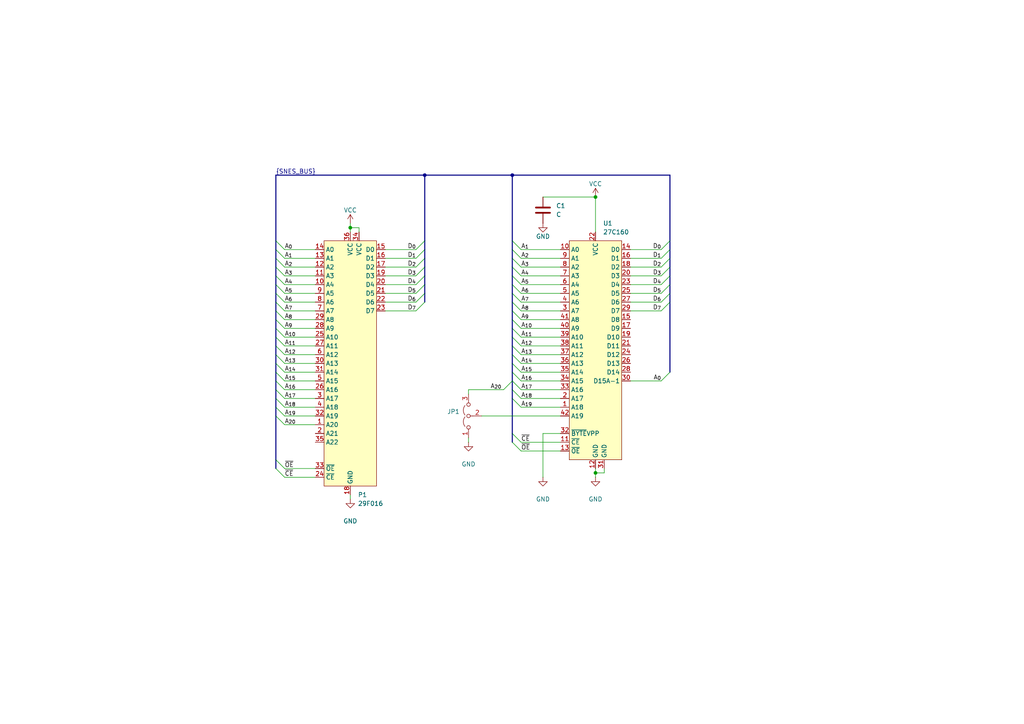
<source format=kicad_sch>
(kicad_sch
	(version 20231120)
	(generator "eeschema")
	(generator_version "8.0")
	(uuid "82b7db5e-cdaa-47c5-b8b2-8674e81c6490")
	(paper "A4")
	(title_block
		(title "SNES Mask ROM Adapter (27C160)")
		(date "2025-05-03")
		(rev "v1.0")
		(company "Mousebitelabs")
	)
	(lib_symbols
		(symbol "Bucketmouse:27C160"
			(exclude_from_sim no)
			(in_bom yes)
			(on_board yes)
			(property "Reference" "U"
				(at -7.62 31.75 0)
				(effects
					(font
						(size 1.27 1.27)
					)
				)
			)
			(property "Value" "27C160"
				(at -10.414 -34.29 0)
				(effects
					(font
						(size 1.27 1.27)
					)
					(justify left)
				)
			)
			(property "Footprint" ""
				(at 0 0 0)
				(effects
					(font
						(size 1.27 1.27)
					)
					(hide yes)
				)
			)
			(property "Datasheet" "https://pdf1.alldatasheet.com/datasheet-pdf/download/22897/STMICROELECTRONICS/27C160.html"
				(at 0.254 -48.006 0)
				(effects
					(font
						(size 1.27 1.27)
					)
					(hide yes)
				)
			)
			(property "Description" "16 Mbit UV EPROM"
				(at 0.508 -45.974 0)
				(effects
					(font
						(size 1.27 1.27)
					)
					(hide yes)
				)
			)
			(property "ki_keywords" "OTP EPROM 4MiBit"
				(at 0 0 0)
				(effects
					(font
						(size 1.27 1.27)
					)
					(hide yes)
				)
			)
			(property "ki_fp_filters" "DIP*W15.24mm* PLCC*"
				(at 0 0 0)
				(effects
					(font
						(size 1.27 1.27)
					)
					(hide yes)
				)
			)
			(symbol "27C160_1_1"
				(rectangle
					(start -7.62 30.48)
					(end 7.62 -33.02)
					(stroke
						(width 0)
						(type default)
					)
					(fill
						(type background)
					)
				)
				(pin input line
					(at -10.16 -17.78 0)
					(length 2.54)
					(name "A18"
						(effects
							(font
								(size 1.27 1.27)
							)
						)
					)
					(number "1"
						(effects
							(font
								(size 1.27 1.27)
							)
						)
					)
				)
				(pin input line
					(at -10.16 27.94 0)
					(length 2.54)
					(name "A0"
						(effects
							(font
								(size 1.27 1.27)
							)
						)
					)
					(number "10"
						(effects
							(font
								(size 1.27 1.27)
							)
						)
					)
				)
				(pin input line
					(at -10.16 -27.94 0)
					(length 2.54)
					(name "~{CE}"
						(effects
							(font
								(size 1.27 1.27)
							)
						)
					)
					(number "11"
						(effects
							(font
								(size 1.27 1.27)
							)
						)
					)
				)
				(pin power_in line
					(at 0 -35.56 90)
					(length 2.54)
					(name "GND"
						(effects
							(font
								(size 1.27 1.27)
							)
						)
					)
					(number "12"
						(effects
							(font
								(size 1.27 1.27)
							)
						)
					)
				)
				(pin input line
					(at -10.16 -30.48 0)
					(length 2.54)
					(name "~{OE}"
						(effects
							(font
								(size 1.27 1.27)
							)
						)
					)
					(number "13"
						(effects
							(font
								(size 1.27 1.27)
							)
						)
					)
				)
				(pin tri_state line
					(at 10.16 27.94 180)
					(length 2.54)
					(name "D0"
						(effects
							(font
								(size 1.27 1.27)
							)
						)
					)
					(number "14"
						(effects
							(font
								(size 1.27 1.27)
							)
						)
					)
				)
				(pin tri_state line
					(at 10.16 7.62 180)
					(length 2.54)
					(name "D8"
						(effects
							(font
								(size 1.27 1.27)
							)
						)
					)
					(number "15"
						(effects
							(font
								(size 1.27 1.27)
							)
						)
					)
				)
				(pin tri_state line
					(at 10.16 25.4 180)
					(length 2.54)
					(name "D1"
						(effects
							(font
								(size 1.27 1.27)
							)
						)
					)
					(number "16"
						(effects
							(font
								(size 1.27 1.27)
							)
						)
					)
				)
				(pin tri_state line
					(at 10.16 5.08 180)
					(length 2.54)
					(name "D9"
						(effects
							(font
								(size 1.27 1.27)
							)
						)
					)
					(number "17"
						(effects
							(font
								(size 1.27 1.27)
							)
						)
					)
				)
				(pin tri_state line
					(at 10.16 22.86 180)
					(length 2.54)
					(name "D2"
						(effects
							(font
								(size 1.27 1.27)
							)
						)
					)
					(number "18"
						(effects
							(font
								(size 1.27 1.27)
							)
						)
					)
				)
				(pin tri_state line
					(at 10.16 2.54 180)
					(length 2.54)
					(name "D10"
						(effects
							(font
								(size 1.27 1.27)
							)
						)
					)
					(number "19"
						(effects
							(font
								(size 1.27 1.27)
							)
						)
					)
				)
				(pin input line
					(at -10.16 -15.24 0)
					(length 2.54)
					(name "A17"
						(effects
							(font
								(size 1.27 1.27)
							)
						)
					)
					(number "2"
						(effects
							(font
								(size 1.27 1.27)
							)
						)
					)
				)
				(pin tri_state line
					(at 10.16 20.32 180)
					(length 2.54)
					(name "D3"
						(effects
							(font
								(size 1.27 1.27)
							)
						)
					)
					(number "20"
						(effects
							(font
								(size 1.27 1.27)
							)
						)
					)
				)
				(pin tri_state line
					(at 10.16 0 180)
					(length 2.54)
					(name "D11"
						(effects
							(font
								(size 1.27 1.27)
							)
						)
					)
					(number "21"
						(effects
							(font
								(size 1.27 1.27)
							)
						)
					)
				)
				(pin power_in line
					(at 0 33.02 270)
					(length 2.54)
					(name "VCC"
						(effects
							(font
								(size 1.27 1.27)
							)
						)
					)
					(number "22"
						(effects
							(font
								(size 1.27 1.27)
							)
						)
					)
				)
				(pin tri_state line
					(at 10.16 17.78 180)
					(length 2.54)
					(name "D4"
						(effects
							(font
								(size 1.27 1.27)
							)
						)
					)
					(number "23"
						(effects
							(font
								(size 1.27 1.27)
							)
						)
					)
				)
				(pin tri_state line
					(at 10.16 -2.54 180)
					(length 2.54)
					(name "D12"
						(effects
							(font
								(size 1.27 1.27)
							)
						)
					)
					(number "24"
						(effects
							(font
								(size 1.27 1.27)
							)
						)
					)
				)
				(pin tri_state line
					(at 10.16 15.24 180)
					(length 2.54)
					(name "D5"
						(effects
							(font
								(size 1.27 1.27)
							)
						)
					)
					(number "25"
						(effects
							(font
								(size 1.27 1.27)
							)
						)
					)
				)
				(pin tri_state line
					(at 10.16 -5.08 180)
					(length 2.54)
					(name "D13"
						(effects
							(font
								(size 1.27 1.27)
							)
						)
					)
					(number "26"
						(effects
							(font
								(size 1.27 1.27)
							)
						)
					)
				)
				(pin tri_state line
					(at 10.16 12.7 180)
					(length 2.54)
					(name "D6"
						(effects
							(font
								(size 1.27 1.27)
							)
						)
					)
					(number "27"
						(effects
							(font
								(size 1.27 1.27)
							)
						)
					)
				)
				(pin tri_state line
					(at 10.16 -7.62 180)
					(length 2.54)
					(name "D14"
						(effects
							(font
								(size 1.27 1.27)
							)
						)
					)
					(number "28"
						(effects
							(font
								(size 1.27 1.27)
							)
						)
					)
				)
				(pin tri_state line
					(at 10.16 10.16 180)
					(length 2.54)
					(name "D7"
						(effects
							(font
								(size 1.27 1.27)
							)
						)
					)
					(number "29"
						(effects
							(font
								(size 1.27 1.27)
							)
						)
					)
				)
				(pin input line
					(at -10.16 10.16 0)
					(length 2.54)
					(name "A7"
						(effects
							(font
								(size 1.27 1.27)
							)
						)
					)
					(number "3"
						(effects
							(font
								(size 1.27 1.27)
							)
						)
					)
				)
				(pin tri_state line
					(at 10.16 -10.16 180)
					(length 2.54)
					(name "D15A-1"
						(effects
							(font
								(size 1.27 1.27)
							)
						)
					)
					(number "30"
						(effects
							(font
								(size 1.27 1.27)
							)
						)
					)
				)
				(pin power_in line
					(at 2.54 -35.56 90)
					(length 2.54)
					(name "GND"
						(effects
							(font
								(size 1.27 1.27)
							)
						)
					)
					(number "31"
						(effects
							(font
								(size 1.27 1.27)
							)
						)
					)
				)
				(pin input line
					(at -10.16 -25.4 0)
					(length 2.54)
					(name "~{BYTE}VPP"
						(effects
							(font
								(size 1.27 1.27)
							)
						)
					)
					(number "32"
						(effects
							(font
								(size 1.27 1.27)
							)
						)
					)
				)
				(pin input line
					(at -10.16 -12.7 0)
					(length 2.54)
					(name "A16"
						(effects
							(font
								(size 1.27 1.27)
							)
						)
					)
					(number "33"
						(effects
							(font
								(size 1.27 1.27)
							)
						)
					)
				)
				(pin input line
					(at -10.16 -10.16 0)
					(length 2.54)
					(name "A15"
						(effects
							(font
								(size 1.27 1.27)
							)
						)
					)
					(number "34"
						(effects
							(font
								(size 1.27 1.27)
							)
						)
					)
				)
				(pin input line
					(at -10.16 -7.62 0)
					(length 2.54)
					(name "A14"
						(effects
							(font
								(size 1.27 1.27)
							)
						)
					)
					(number "35"
						(effects
							(font
								(size 1.27 1.27)
							)
						)
					)
				)
				(pin input line
					(at -10.16 -5.08 0)
					(length 2.54)
					(name "A13"
						(effects
							(font
								(size 1.27 1.27)
							)
						)
					)
					(number "36"
						(effects
							(font
								(size 1.27 1.27)
							)
						)
					)
				)
				(pin input line
					(at -10.16 -2.54 0)
					(length 2.54)
					(name "A12"
						(effects
							(font
								(size 1.27 1.27)
							)
						)
					)
					(number "37"
						(effects
							(font
								(size 1.27 1.27)
							)
						)
					)
				)
				(pin input line
					(at -10.16 0 0)
					(length 2.54)
					(name "A11"
						(effects
							(font
								(size 1.27 1.27)
							)
						)
					)
					(number "38"
						(effects
							(font
								(size 1.27 1.27)
							)
						)
					)
				)
				(pin input line
					(at -10.16 2.54 0)
					(length 2.54)
					(name "A10"
						(effects
							(font
								(size 1.27 1.27)
							)
						)
					)
					(number "39"
						(effects
							(font
								(size 1.27 1.27)
							)
						)
					)
				)
				(pin input line
					(at -10.16 12.7 0)
					(length 2.54)
					(name "A6"
						(effects
							(font
								(size 1.27 1.27)
							)
						)
					)
					(number "4"
						(effects
							(font
								(size 1.27 1.27)
							)
						)
					)
				)
				(pin input line
					(at -10.16 5.08 0)
					(length 2.54)
					(name "A9"
						(effects
							(font
								(size 1.27 1.27)
							)
						)
					)
					(number "40"
						(effects
							(font
								(size 1.27 1.27)
							)
						)
					)
				)
				(pin input line
					(at -10.16 7.62 0)
					(length 2.54)
					(name "A8"
						(effects
							(font
								(size 1.27 1.27)
							)
						)
					)
					(number "41"
						(effects
							(font
								(size 1.27 1.27)
							)
						)
					)
				)
				(pin input line
					(at -10.16 -20.32 0)
					(length 2.54)
					(name "A19"
						(effects
							(font
								(size 1.27 1.27)
							)
						)
					)
					(number "42"
						(effects
							(font
								(size 1.27 1.27)
							)
						)
					)
				)
				(pin input line
					(at -10.16 15.24 0)
					(length 2.54)
					(name "A5"
						(effects
							(font
								(size 1.27 1.27)
							)
						)
					)
					(number "5"
						(effects
							(font
								(size 1.27 1.27)
							)
						)
					)
				)
				(pin input line
					(at -10.16 17.78 0)
					(length 2.54)
					(name "A4"
						(effects
							(font
								(size 1.27 1.27)
							)
						)
					)
					(number "6"
						(effects
							(font
								(size 1.27 1.27)
							)
						)
					)
				)
				(pin input line
					(at -10.16 20.32 0)
					(length 2.54)
					(name "A3"
						(effects
							(font
								(size 1.27 1.27)
							)
						)
					)
					(number "7"
						(effects
							(font
								(size 1.27 1.27)
							)
						)
					)
				)
				(pin input line
					(at -10.16 22.86 0)
					(length 2.54)
					(name "A2"
						(effects
							(font
								(size 1.27 1.27)
							)
						)
					)
					(number "8"
						(effects
							(font
								(size 1.27 1.27)
							)
						)
					)
				)
				(pin input line
					(at -10.16 25.4 0)
					(length 2.54)
					(name "A1"
						(effects
							(font
								(size 1.27 1.27)
							)
						)
					)
					(number "9"
						(effects
							(font
								(size 1.27 1.27)
							)
						)
					)
				)
			)
		)
		(symbol "Bucketmouse:SNES_Mask_ROM"
			(exclude_from_sim no)
			(in_bom yes)
			(on_board yes)
			(property "Reference" "U"
				(at -7.62 31.75 0)
				(effects
					(font
						(size 1.27 1.27)
					)
				)
			)
			(property "Value" "29F016"
				(at -10.414 -42.164 0)
				(effects
					(font
						(size 1.27 1.27)
					)
					(justify left)
				)
			)
			(property "Footprint" ""
				(at 0 0 0)
				(effects
					(font
						(size 1.27 1.27)
					)
					(hide yes)
				)
			)
			(property "Datasheet" "https://www.alldatasheet.com/datasheet-pdf/view/74494/MCNIX/29F016-12.html"
				(at 0.254 -48.006 0)
				(effects
					(font
						(size 1.27 1.27)
					)
					(hide yes)
				)
			)
			(property "Description" "16 Mbit Flash"
				(at 0.508 -45.974 0)
				(effects
					(font
						(size 1.27 1.27)
					)
					(hide yes)
				)
			)
			(property "ki_keywords" "OTP EPROM 4MiBit"
				(at 0 0 0)
				(effects
					(font
						(size 1.27 1.27)
					)
					(hide yes)
				)
			)
			(property "ki_fp_filters" "DIP*W15.24mm* PLCC*"
				(at 0 0 0)
				(effects
					(font
						(size 1.27 1.27)
					)
					(hide yes)
				)
			)
			(symbol "SNES_Mask_ROM_1_1"
				(rectangle
					(start -7.62 30.48)
					(end 7.62 -40.64)
					(stroke
						(width 0)
						(type default)
					)
					(fill
						(type background)
					)
				)
				(pin output line
					(at -10.16 -22.86 0)
					(length 2.54)
					(name "A20"
						(effects
							(font
								(size 1.27 1.27)
							)
						)
					)
					(number "1"
						(effects
							(font
								(size 1.27 1.27)
							)
						)
					)
				)
				(pin output line
					(at -10.16 17.78 0)
					(length 2.54)
					(name "A4"
						(effects
							(font
								(size 1.27 1.27)
							)
						)
					)
					(number "10"
						(effects
							(font
								(size 1.27 1.27)
							)
						)
					)
				)
				(pin output line
					(at -10.16 20.32 0)
					(length 2.54)
					(name "A3"
						(effects
							(font
								(size 1.27 1.27)
							)
						)
					)
					(number "11"
						(effects
							(font
								(size 1.27 1.27)
							)
						)
					)
				)
				(pin output line
					(at -10.16 22.86 0)
					(length 2.54)
					(name "A2"
						(effects
							(font
								(size 1.27 1.27)
							)
						)
					)
					(number "12"
						(effects
							(font
								(size 1.27 1.27)
							)
						)
					)
				)
				(pin output line
					(at -10.16 25.4 0)
					(length 2.54)
					(name "A1"
						(effects
							(font
								(size 1.27 1.27)
							)
						)
					)
					(number "13"
						(effects
							(font
								(size 1.27 1.27)
							)
						)
					)
				)
				(pin output line
					(at -10.16 27.94 0)
					(length 2.54)
					(name "A0"
						(effects
							(font
								(size 1.27 1.27)
							)
						)
					)
					(number "14"
						(effects
							(font
								(size 1.27 1.27)
							)
						)
					)
				)
				(pin bidirectional line
					(at 10.16 27.94 180)
					(length 2.54)
					(name "D0"
						(effects
							(font
								(size 1.27 1.27)
							)
						)
					)
					(number "15"
						(effects
							(font
								(size 1.27 1.27)
							)
						)
					)
				)
				(pin bidirectional line
					(at 10.16 25.4 180)
					(length 2.54)
					(name "D1"
						(effects
							(font
								(size 1.27 1.27)
							)
						)
					)
					(number "16"
						(effects
							(font
								(size 1.27 1.27)
							)
						)
					)
				)
				(pin bidirectional line
					(at 10.16 22.86 180)
					(length 2.54)
					(name "D2"
						(effects
							(font
								(size 1.27 1.27)
							)
						)
					)
					(number "17"
						(effects
							(font
								(size 1.27 1.27)
							)
						)
					)
				)
				(pin power_in line
					(at 0 -43.18 90)
					(length 2.54)
					(name "GND"
						(effects
							(font
								(size 1.27 1.27)
							)
						)
					)
					(number "18"
						(effects
							(font
								(size 1.27 1.27)
							)
						)
					)
				)
				(pin bidirectional line
					(at 10.16 20.32 180)
					(length 2.54)
					(name "D3"
						(effects
							(font
								(size 1.27 1.27)
							)
						)
					)
					(number "19"
						(effects
							(font
								(size 1.27 1.27)
							)
						)
					)
				)
				(pin output line
					(at -10.16 -25.4 0)
					(length 2.54)
					(name "A21"
						(effects
							(font
								(size 1.27 1.27)
							)
						)
					)
					(number "2"
						(effects
							(font
								(size 1.27 1.27)
							)
						)
					)
				)
				(pin bidirectional line
					(at 10.16 17.78 180)
					(length 2.54)
					(name "D4"
						(effects
							(font
								(size 1.27 1.27)
							)
						)
					)
					(number "20"
						(effects
							(font
								(size 1.27 1.27)
							)
						)
					)
				)
				(pin bidirectional line
					(at 10.16 15.24 180)
					(length 2.54)
					(name "D5"
						(effects
							(font
								(size 1.27 1.27)
							)
						)
					)
					(number "21"
						(effects
							(font
								(size 1.27 1.27)
							)
						)
					)
				)
				(pin bidirectional line
					(at 10.16 12.7 180)
					(length 2.54)
					(name "D6"
						(effects
							(font
								(size 1.27 1.27)
							)
						)
					)
					(number "22"
						(effects
							(font
								(size 1.27 1.27)
							)
						)
					)
				)
				(pin bidirectional line
					(at 10.16 10.16 180)
					(length 2.54)
					(name "D7"
						(effects
							(font
								(size 1.27 1.27)
							)
						)
					)
					(number "23"
						(effects
							(font
								(size 1.27 1.27)
							)
						)
					)
				)
				(pin input line
					(at -10.16 -38.1 0)
					(length 2.54)
					(name "~{CE}"
						(effects
							(font
								(size 1.27 1.27)
							)
						)
					)
					(number "24"
						(effects
							(font
								(size 1.27 1.27)
							)
						)
					)
				)
				(pin output line
					(at -10.16 2.54 0)
					(length 2.54)
					(name "A10"
						(effects
							(font
								(size 1.27 1.27)
							)
						)
					)
					(number "25"
						(effects
							(font
								(size 1.27 1.27)
							)
						)
					)
				)
				(pin output line
					(at -10.16 -12.7 0)
					(length 2.54)
					(name "A16"
						(effects
							(font
								(size 1.27 1.27)
							)
						)
					)
					(number "26"
						(effects
							(font
								(size 1.27 1.27)
							)
						)
					)
				)
				(pin output line
					(at -10.16 0 0)
					(length 2.54)
					(name "A11"
						(effects
							(font
								(size 1.27 1.27)
							)
						)
					)
					(number "27"
						(effects
							(font
								(size 1.27 1.27)
							)
						)
					)
				)
				(pin output line
					(at -10.16 5.08 0)
					(length 2.54)
					(name "A9"
						(effects
							(font
								(size 1.27 1.27)
							)
						)
					)
					(number "28"
						(effects
							(font
								(size 1.27 1.27)
							)
						)
					)
				)
				(pin output line
					(at -10.16 7.62 0)
					(length 2.54)
					(name "A8"
						(effects
							(font
								(size 1.27 1.27)
							)
						)
					)
					(number "29"
						(effects
							(font
								(size 1.27 1.27)
							)
						)
					)
				)
				(pin output line
					(at -10.16 -15.24 0)
					(length 2.54)
					(name "A17"
						(effects
							(font
								(size 1.27 1.27)
							)
						)
					)
					(number "3"
						(effects
							(font
								(size 1.27 1.27)
							)
						)
					)
				)
				(pin output line
					(at -10.16 -5.08 0)
					(length 2.54)
					(name "A13"
						(effects
							(font
								(size 1.27 1.27)
							)
						)
					)
					(number "30"
						(effects
							(font
								(size 1.27 1.27)
							)
						)
					)
				)
				(pin output line
					(at -10.16 -7.62 0)
					(length 2.54)
					(name "A14"
						(effects
							(font
								(size 1.27 1.27)
							)
						)
					)
					(number "31"
						(effects
							(font
								(size 1.27 1.27)
							)
						)
					)
				)
				(pin output line
					(at -10.16 -20.32 0)
					(length 2.54)
					(name "A19"
						(effects
							(font
								(size 1.27 1.27)
							)
						)
					)
					(number "32"
						(effects
							(font
								(size 1.27 1.27)
							)
						)
					)
				)
				(pin input line
					(at -10.16 -35.56 0)
					(length 2.54)
					(name "~{OE}"
						(effects
							(font
								(size 1.27 1.27)
							)
						)
					)
					(number "33"
						(effects
							(font
								(size 1.27 1.27)
							)
						)
					)
				)
				(pin power_in line
					(at 2.54 33.02 270)
					(length 2.54)
					(name "VCC"
						(effects
							(font
								(size 1.27 1.27)
							)
						)
					)
					(number "34"
						(effects
							(font
								(size 1.27 1.27)
							)
						)
					)
				)
				(pin output line
					(at -10.16 -27.94 0)
					(length 2.54)
					(name "A22"
						(effects
							(font
								(size 1.27 1.27)
							)
						)
					)
					(number "35"
						(effects
							(font
								(size 1.27 1.27)
							)
						)
					)
				)
				(pin power_in line
					(at 0 33.02 270)
					(length 2.54)
					(name "VCC"
						(effects
							(font
								(size 1.27 1.27)
							)
						)
					)
					(number "36"
						(effects
							(font
								(size 1.27 1.27)
							)
						)
					)
				)
				(pin output line
					(at -10.16 -17.78 0)
					(length 2.54)
					(name "A18"
						(effects
							(font
								(size 1.27 1.27)
							)
						)
					)
					(number "4"
						(effects
							(font
								(size 1.27 1.27)
							)
						)
					)
				)
				(pin output line
					(at -10.16 -10.16 0)
					(length 2.54)
					(name "A15"
						(effects
							(font
								(size 1.27 1.27)
							)
						)
					)
					(number "5"
						(effects
							(font
								(size 1.27 1.27)
							)
						)
					)
				)
				(pin output line
					(at -10.16 -2.54 0)
					(length 2.54)
					(name "A12"
						(effects
							(font
								(size 1.27 1.27)
							)
						)
					)
					(number "6"
						(effects
							(font
								(size 1.27 1.27)
							)
						)
					)
				)
				(pin output line
					(at -10.16 10.16 0)
					(length 2.54)
					(name "A7"
						(effects
							(font
								(size 1.27 1.27)
							)
						)
					)
					(number "7"
						(effects
							(font
								(size 1.27 1.27)
							)
						)
					)
				)
				(pin output line
					(at -10.16 12.7 0)
					(length 2.54)
					(name "A6"
						(effects
							(font
								(size 1.27 1.27)
							)
						)
					)
					(number "8"
						(effects
							(font
								(size 1.27 1.27)
							)
						)
					)
				)
				(pin output line
					(at -10.16 15.24 0)
					(length 2.54)
					(name "A5"
						(effects
							(font
								(size 1.27 1.27)
							)
						)
					)
					(number "9"
						(effects
							(font
								(size 1.27 1.27)
							)
						)
					)
				)
			)
		)
		(symbol "Device:C"
			(pin_numbers hide)
			(pin_names
				(offset 0.254)
			)
			(exclude_from_sim no)
			(in_bom yes)
			(on_board yes)
			(property "Reference" "C"
				(at 0.635 2.54 0)
				(effects
					(font
						(size 1.27 1.27)
					)
					(justify left)
				)
			)
			(property "Value" "C"
				(at 0.635 -2.54 0)
				(effects
					(font
						(size 1.27 1.27)
					)
					(justify left)
				)
			)
			(property "Footprint" ""
				(at 0.9652 -3.81 0)
				(effects
					(font
						(size 1.27 1.27)
					)
					(hide yes)
				)
			)
			(property "Datasheet" "~"
				(at 0 0 0)
				(effects
					(font
						(size 1.27 1.27)
					)
					(hide yes)
				)
			)
			(property "Description" "Unpolarized capacitor"
				(at 0 0 0)
				(effects
					(font
						(size 1.27 1.27)
					)
					(hide yes)
				)
			)
			(property "ki_keywords" "cap capacitor"
				(at 0 0 0)
				(effects
					(font
						(size 1.27 1.27)
					)
					(hide yes)
				)
			)
			(property "ki_fp_filters" "C_*"
				(at 0 0 0)
				(effects
					(font
						(size 1.27 1.27)
					)
					(hide yes)
				)
			)
			(symbol "C_0_1"
				(polyline
					(pts
						(xy -2.032 -0.762) (xy 2.032 -0.762)
					)
					(stroke
						(width 0.508)
						(type default)
					)
					(fill
						(type none)
					)
				)
				(polyline
					(pts
						(xy -2.032 0.762) (xy 2.032 0.762)
					)
					(stroke
						(width 0.508)
						(type default)
					)
					(fill
						(type none)
					)
				)
			)
			(symbol "C_1_1"
				(pin passive line
					(at 0 3.81 270)
					(length 2.794)
					(name "~"
						(effects
							(font
								(size 1.27 1.27)
							)
						)
					)
					(number "1"
						(effects
							(font
								(size 1.27 1.27)
							)
						)
					)
				)
				(pin passive line
					(at 0 -3.81 90)
					(length 2.794)
					(name "~"
						(effects
							(font
								(size 1.27 1.27)
							)
						)
					)
					(number "2"
						(effects
							(font
								(size 1.27 1.27)
							)
						)
					)
				)
			)
		)
		(symbol "Jumper:Jumper_3_Open"
			(pin_names
				(offset 0) hide)
			(exclude_from_sim yes)
			(in_bom no)
			(on_board yes)
			(property "Reference" "JP"
				(at -2.54 -2.54 0)
				(effects
					(font
						(size 1.27 1.27)
					)
				)
			)
			(property "Value" "Jumper_3_Open"
				(at 0 2.794 0)
				(effects
					(font
						(size 1.27 1.27)
					)
				)
			)
			(property "Footprint" ""
				(at 0 0 0)
				(effects
					(font
						(size 1.27 1.27)
					)
					(hide yes)
				)
			)
			(property "Datasheet" "~"
				(at 0 0 0)
				(effects
					(font
						(size 1.27 1.27)
					)
					(hide yes)
				)
			)
			(property "Description" "Jumper, 3-pole, both open"
				(at 0 0 0)
				(effects
					(font
						(size 1.27 1.27)
					)
					(hide yes)
				)
			)
			(property "ki_keywords" "Jumper SPDT"
				(at 0 0 0)
				(effects
					(font
						(size 1.27 1.27)
					)
					(hide yes)
				)
			)
			(property "ki_fp_filters" "Jumper* TestPoint*3Pads* TestPoint*Bridge*"
				(at 0 0 0)
				(effects
					(font
						(size 1.27 1.27)
					)
					(hide yes)
				)
			)
			(symbol "Jumper_3_Open_0_0"
				(circle
					(center -3.302 0)
					(radius 0.508)
					(stroke
						(width 0)
						(type default)
					)
					(fill
						(type none)
					)
				)
				(circle
					(center 0 0)
					(radius 0.508)
					(stroke
						(width 0)
						(type default)
					)
					(fill
						(type none)
					)
				)
				(circle
					(center 3.302 0)
					(radius 0.508)
					(stroke
						(width 0)
						(type default)
					)
					(fill
						(type none)
					)
				)
			)
			(symbol "Jumper_3_Open_0_1"
				(arc
					(start -0.254 1.016)
					(mid -1.651 1.4992)
					(end -3.048 1.016)
					(stroke
						(width 0)
						(type default)
					)
					(fill
						(type none)
					)
				)
				(polyline
					(pts
						(xy 0 -0.508) (xy 0 -1.27)
					)
					(stroke
						(width 0)
						(type default)
					)
					(fill
						(type none)
					)
				)
				(arc
					(start 3.048 1.016)
					(mid 1.651 1.4992)
					(end 0.254 1.016)
					(stroke
						(width 0)
						(type default)
					)
					(fill
						(type none)
					)
				)
			)
			(symbol "Jumper_3_Open_1_1"
				(pin passive line
					(at -6.35 0 0)
					(length 2.54)
					(name "A"
						(effects
							(font
								(size 1.27 1.27)
							)
						)
					)
					(number "1"
						(effects
							(font
								(size 1.27 1.27)
							)
						)
					)
				)
				(pin passive line
					(at 0 -3.81 90)
					(length 2.54)
					(name "C"
						(effects
							(font
								(size 1.27 1.27)
							)
						)
					)
					(number "2"
						(effects
							(font
								(size 1.27 1.27)
							)
						)
					)
				)
				(pin passive line
					(at 6.35 0 180)
					(length 2.54)
					(name "B"
						(effects
							(font
								(size 1.27 1.27)
							)
						)
					)
					(number "3"
						(effects
							(font
								(size 1.27 1.27)
							)
						)
					)
				)
			)
		)
		(symbol "power:GND"
			(power)
			(pin_numbers hide)
			(pin_names
				(offset 0) hide)
			(exclude_from_sim no)
			(in_bom yes)
			(on_board yes)
			(property "Reference" "#PWR"
				(at 0 -6.35 0)
				(effects
					(font
						(size 1.27 1.27)
					)
					(hide yes)
				)
			)
			(property "Value" "GND"
				(at 0 -3.81 0)
				(effects
					(font
						(size 1.27 1.27)
					)
				)
			)
			(property "Footprint" ""
				(at 0 0 0)
				(effects
					(font
						(size 1.27 1.27)
					)
					(hide yes)
				)
			)
			(property "Datasheet" ""
				(at 0 0 0)
				(effects
					(font
						(size 1.27 1.27)
					)
					(hide yes)
				)
			)
			(property "Description" "Power symbol creates a global label with name \"GND\" , ground"
				(at 0 0 0)
				(effects
					(font
						(size 1.27 1.27)
					)
					(hide yes)
				)
			)
			(property "ki_keywords" "global power"
				(at 0 0 0)
				(effects
					(font
						(size 1.27 1.27)
					)
					(hide yes)
				)
			)
			(symbol "GND_0_1"
				(polyline
					(pts
						(xy 0 0) (xy 0 -1.27) (xy 1.27 -1.27) (xy 0 -2.54) (xy -1.27 -1.27) (xy 0 -1.27)
					)
					(stroke
						(width 0)
						(type default)
					)
					(fill
						(type none)
					)
				)
			)
			(symbol "GND_1_1"
				(pin power_in line
					(at 0 0 270)
					(length 0)
					(name "~"
						(effects
							(font
								(size 1.27 1.27)
							)
						)
					)
					(number "1"
						(effects
							(font
								(size 1.27 1.27)
							)
						)
					)
				)
			)
		)
		(symbol "power:VCC"
			(power)
			(pin_numbers hide)
			(pin_names
				(offset 0) hide)
			(exclude_from_sim no)
			(in_bom yes)
			(on_board yes)
			(property "Reference" "#PWR"
				(at 0 -3.81 0)
				(effects
					(font
						(size 1.27 1.27)
					)
					(hide yes)
				)
			)
			(property "Value" "VCC"
				(at 0 3.556 0)
				(effects
					(font
						(size 1.27 1.27)
					)
				)
			)
			(property "Footprint" ""
				(at 0 0 0)
				(effects
					(font
						(size 1.27 1.27)
					)
					(hide yes)
				)
			)
			(property "Datasheet" ""
				(at 0 0 0)
				(effects
					(font
						(size 1.27 1.27)
					)
					(hide yes)
				)
			)
			(property "Description" "Power symbol creates a global label with name \"VCC\""
				(at 0 0 0)
				(effects
					(font
						(size 1.27 1.27)
					)
					(hide yes)
				)
			)
			(property "ki_keywords" "global power"
				(at 0 0 0)
				(effects
					(font
						(size 1.27 1.27)
					)
					(hide yes)
				)
			)
			(symbol "VCC_0_1"
				(polyline
					(pts
						(xy -0.762 1.27) (xy 0 2.54)
					)
					(stroke
						(width 0)
						(type default)
					)
					(fill
						(type none)
					)
				)
				(polyline
					(pts
						(xy 0 0) (xy 0 2.54)
					)
					(stroke
						(width 0)
						(type default)
					)
					(fill
						(type none)
					)
				)
				(polyline
					(pts
						(xy 0 2.54) (xy 0.762 1.27)
					)
					(stroke
						(width 0)
						(type default)
					)
					(fill
						(type none)
					)
				)
			)
			(symbol "VCC_1_1"
				(pin power_in line
					(at 0 0 90)
					(length 0)
					(name "~"
						(effects
							(font
								(size 1.27 1.27)
							)
						)
					)
					(number "1"
						(effects
							(font
								(size 1.27 1.27)
							)
						)
					)
				)
			)
		)
	)
	(bus_alias "SNES_BUS"
		(members "A_{0}" "A_{1}" "A_{2}" "A_{3}" "A_{4}" "A_{5}" "A_{6}" "A_{7}"
			"A_{8}" "A_{9}" "A_{10}" "A_{11}" "A_{12}" "A_{13}" "A_{14}" "A_{15}"
			"A_{16}" "A_{17}" "A_{18}" "A_{19}" "A_{20}" "~{OE}" "~{CE}" "D_{0}" "D_{1}"
			"D_{2}" "D_{3}" "D_{4}" "D_{5}" "D_{6}" "D_{7}"
		)
	)
	(junction
		(at 172.72 137.16)
		(diameter 0)
		(color 0 0 0 0)
		(uuid "2330fad1-924b-4f50-9922-863cf86201d5")
	)
	(junction
		(at 148.59 50.8)
		(diameter 0)
		(color 0 0 0 0)
		(uuid "7cde148f-396e-4e1f-9384-8c3ee5c79575")
	)
	(junction
		(at 172.72 57.15)
		(diameter 0)
		(color 0 0 0 0)
		(uuid "c09baade-00db-4601-aa21-c0343e63d8cc")
	)
	(junction
		(at 101.6 66.04)
		(diameter 0)
		(color 0 0 0 0)
		(uuid "edf2d468-2251-462b-b500-a301b7e627c9")
	)
	(junction
		(at 123.19 50.8)
		(diameter 0)
		(color 0 0 0 0)
		(uuid "f0042e4c-1143-47c7-9ad5-20f6af130ed7")
	)
	(bus_entry
		(at 148.59 100.33)
		(size 2.54 2.54)
		(stroke
			(width 0)
			(type default)
		)
		(uuid "011f44b8-963d-4ede-8fdc-9a5c147fdc37")
	)
	(bus_entry
		(at 148.59 105.41)
		(size 2.54 2.54)
		(stroke
			(width 0)
			(type default)
		)
		(uuid "0205cbda-f82d-49ea-b51c-a6165a894f99")
	)
	(bus_entry
		(at 148.59 77.47)
		(size 2.54 2.54)
		(stroke
			(width 0)
			(type default)
		)
		(uuid "0b20a022-9c8b-473a-b87b-e2296d9b1167")
	)
	(bus_entry
		(at 148.59 128.27)
		(size 2.54 2.54)
		(stroke
			(width 0)
			(type default)
		)
		(uuid "0b69d973-5532-4f54-9ce9-1522229258b7")
	)
	(bus_entry
		(at 148.59 92.71)
		(size 2.54 2.54)
		(stroke
			(width 0)
			(type default)
		)
		(uuid "0b7ff35f-60cd-4219-ba6c-07dedb97f683")
	)
	(bus_entry
		(at 80.01 77.47)
		(size 2.54 2.54)
		(stroke
			(width 0)
			(type default)
		)
		(uuid "13d4a8ef-471d-4536-b29e-f246da944548")
	)
	(bus_entry
		(at 80.01 69.85)
		(size 2.54 2.54)
		(stroke
			(width 0)
			(type default)
		)
		(uuid "1eafab87-93e0-442a-8409-2cc20e19fa0e")
	)
	(bus_entry
		(at 123.19 72.39)
		(size -2.54 2.54)
		(stroke
			(width 0)
			(type default)
		)
		(uuid "230343ea-db22-40e8-90f7-440541a2fd55")
	)
	(bus_entry
		(at 148.59 74.93)
		(size 2.54 2.54)
		(stroke
			(width 0)
			(type default)
		)
		(uuid "2fed0b41-d56a-49fe-9c91-484f63669c7a")
	)
	(bus_entry
		(at 148.59 87.63)
		(size 2.54 2.54)
		(stroke
			(width 0)
			(type default)
		)
		(uuid "31c8f178-e778-41d7-8623-9615a2de4ce4")
	)
	(bus_entry
		(at 194.31 87.63)
		(size -2.54 2.54)
		(stroke
			(width 0)
			(type default)
		)
		(uuid "34dbe2f3-86c3-4b56-a558-fc4e01dc69d2")
	)
	(bus_entry
		(at 148.59 97.79)
		(size 2.54 2.54)
		(stroke
			(width 0)
			(type default)
		)
		(uuid "37d5faa5-d7fc-4af4-9b3b-10495107e891")
	)
	(bus_entry
		(at 148.59 102.87)
		(size 2.54 2.54)
		(stroke
			(width 0)
			(type default)
		)
		(uuid "39ac3808-1ecb-45a6-88e6-cb8f12d0f055")
	)
	(bus_entry
		(at 148.59 115.57)
		(size 2.54 2.54)
		(stroke
			(width 0)
			(type default)
		)
		(uuid "3b71bc2b-ccd5-4230-9340-ef1092f00e38")
	)
	(bus_entry
		(at 123.19 82.55)
		(size -2.54 2.54)
		(stroke
			(width 0)
			(type default)
		)
		(uuid "3d66448c-2f83-418f-bc8b-3e93bcabd612")
	)
	(bus_entry
		(at 123.19 74.93)
		(size -2.54 2.54)
		(stroke
			(width 0)
			(type default)
		)
		(uuid "3dfd9ea1-cdea-4b1b-a2d6-d7ba55f34fed")
	)
	(bus_entry
		(at 80.01 113.03)
		(size 2.54 2.54)
		(stroke
			(width 0)
			(type default)
		)
		(uuid "4f3862a7-02fa-477c-9b34-d977a5061621")
	)
	(bus_entry
		(at 80.01 107.95)
		(size 2.54 2.54)
		(stroke
			(width 0)
			(type default)
		)
		(uuid "50a5309b-013a-48e8-8b47-caf0fd07ac29")
	)
	(bus_entry
		(at 123.19 77.47)
		(size -2.54 2.54)
		(stroke
			(width 0)
			(type default)
		)
		(uuid "5ed6d59c-97d5-4bc2-ad11-e4b90499048d")
	)
	(bus_entry
		(at 194.31 74.93)
		(size -2.54 2.54)
		(stroke
			(width 0)
			(type default)
		)
		(uuid "5f1a0dab-269b-4a3d-b86b-e99a0e6407f3")
	)
	(bus_entry
		(at 80.01 120.65)
		(size 2.54 2.54)
		(stroke
			(width 0)
			(type default)
		)
		(uuid "5fa49f82-a519-4000-9701-716e1725d455")
	)
	(bus_entry
		(at 80.01 133.35)
		(size 2.54 2.54)
		(stroke
			(width 0)
			(type default)
		)
		(uuid "634963f6-1605-45b4-8ef3-c06b97f821f5")
	)
	(bus_entry
		(at 80.01 95.25)
		(size 2.54 2.54)
		(stroke
			(width 0)
			(type default)
		)
		(uuid "69bfa791-29a6-44e4-8423-6e8f099cd911")
	)
	(bus_entry
		(at 148.59 80.01)
		(size 2.54 2.54)
		(stroke
			(width 0)
			(type default)
		)
		(uuid "6c118f25-ec91-414b-adc2-0c7059bb3867")
	)
	(bus_entry
		(at 148.59 110.49)
		(size 2.54 2.54)
		(stroke
			(width 0)
			(type default)
		)
		(uuid "6f9c7bf7-415f-44b7-9540-43477874e02f")
	)
	(bus_entry
		(at 148.59 85.09)
		(size 2.54 2.54)
		(stroke
			(width 0)
			(type default)
		)
		(uuid "725906d2-1b0c-4d7f-a85a-5a6a44d7e8bd")
	)
	(bus_entry
		(at 80.01 97.79)
		(size 2.54 2.54)
		(stroke
			(width 0)
			(type default)
		)
		(uuid "732cf694-b525-419f-8c0f-ca268fce8ddd")
	)
	(bus_entry
		(at 194.31 82.55)
		(size -2.54 2.54)
		(stroke
			(width 0)
			(type default)
		)
		(uuid "75d499a5-0b0c-4c12-b1cd-16501ac66a6f")
	)
	(bus_entry
		(at 148.59 69.85)
		(size 2.54 2.54)
		(stroke
			(width 0)
			(type default)
		)
		(uuid "77824331-f855-472e-91c4-d8b42335dfd6")
	)
	(bus_entry
		(at 80.01 110.49)
		(size 2.54 2.54)
		(stroke
			(width 0)
			(type default)
		)
		(uuid "81381866-5f93-4114-b5a2-3928fb526e2d")
	)
	(bus_entry
		(at 80.01 100.33)
		(size 2.54 2.54)
		(stroke
			(width 0)
			(type default)
		)
		(uuid "85c30dfa-21d9-4a58-97e9-6608e34e5040")
	)
	(bus_entry
		(at 80.01 85.09)
		(size 2.54 2.54)
		(stroke
			(width 0)
			(type default)
		)
		(uuid "8905dbf5-b455-469f-a6bc-965191aff54a")
	)
	(bus_entry
		(at 148.59 110.49)
		(size -2.54 2.54)
		(stroke
			(width 0)
			(type default)
		)
		(uuid "902eb98f-0672-4981-8a7d-5599d2468e75")
	)
	(bus_entry
		(at 148.59 82.55)
		(size 2.54 2.54)
		(stroke
			(width 0)
			(type default)
		)
		(uuid "95d82539-1982-43b8-9d1f-2cdff81ada63")
	)
	(bus_entry
		(at 80.01 105.41)
		(size 2.54 2.54)
		(stroke
			(width 0)
			(type default)
		)
		(uuid "99860099-f0c0-463e-b4e1-d2bc152c1b43")
	)
	(bus_entry
		(at 80.01 74.93)
		(size 2.54 2.54)
		(stroke
			(width 0)
			(type default)
		)
		(uuid "9aa7fd61-0eb6-4747-9ff2-91f03685f046")
	)
	(bus_entry
		(at 148.59 90.17)
		(size 2.54 2.54)
		(stroke
			(width 0)
			(type default)
		)
		(uuid "9c1a01e1-0c7e-4d24-ba36-d53cc1c3f466")
	)
	(bus_entry
		(at 194.31 72.39)
		(size -2.54 2.54)
		(stroke
			(width 0)
			(type default)
		)
		(uuid "a390305a-30e9-44cb-ad00-31997b4d73df")
	)
	(bus_entry
		(at 80.01 80.01)
		(size 2.54 2.54)
		(stroke
			(width 0)
			(type default)
		)
		(uuid "a82a5efe-f5b0-4def-b206-f3ee311056df")
	)
	(bus_entry
		(at 148.59 113.03)
		(size 2.54 2.54)
		(stroke
			(width 0)
			(type default)
		)
		(uuid "b09eb66a-1a38-446d-8bd9-3b614303a3e4")
	)
	(bus_entry
		(at 80.01 135.89)
		(size 2.54 2.54)
		(stroke
			(width 0)
			(type default)
		)
		(uuid "b1ecda0d-5b0f-4bc4-939c-16eae9b6d46c")
	)
	(bus_entry
		(at 194.31 69.85)
		(size -2.54 2.54)
		(stroke
			(width 0)
			(type default)
		)
		(uuid "b3df45dd-c18c-4df8-a9cb-930089ff5322")
	)
	(bus_entry
		(at 80.01 87.63)
		(size 2.54 2.54)
		(stroke
			(width 0)
			(type default)
		)
		(uuid "b535ecb8-e5da-4243-93e5-9f0cb3b07fee")
	)
	(bus_entry
		(at 80.01 102.87)
		(size 2.54 2.54)
		(stroke
			(width 0)
			(type default)
		)
		(uuid "bf8cb70f-5473-4cd5-847e-bb367622b80e")
	)
	(bus_entry
		(at 148.59 72.39)
		(size 2.54 2.54)
		(stroke
			(width 0)
			(type default)
		)
		(uuid "c8cdd5c2-4161-4607-9d42-eadb563c25bd")
	)
	(bus_entry
		(at 123.19 85.09)
		(size -2.54 2.54)
		(stroke
			(width 0)
			(type default)
		)
		(uuid "cc0fe911-90f9-4941-b94a-3079621e68ce")
	)
	(bus_entry
		(at 194.31 85.09)
		(size -2.54 2.54)
		(stroke
			(width 0)
			(type default)
		)
		(uuid "cec7513d-4e32-40e6-9024-5a6c5c6e7dd7")
	)
	(bus_entry
		(at 80.01 72.39)
		(size 2.54 2.54)
		(stroke
			(width 0)
			(type default)
		)
		(uuid "cfdb0824-3ba0-4243-b92f-4d85f3377721")
	)
	(bus_entry
		(at 80.01 92.71)
		(size 2.54 2.54)
		(stroke
			(width 0)
			(type default)
		)
		(uuid "d125f185-9743-4369-a5a9-0325de30ad00")
	)
	(bus_entry
		(at 194.31 80.01)
		(size -2.54 2.54)
		(stroke
			(width 0)
			(type default)
		)
		(uuid "d3be61e4-2af5-429e-ae95-e59872728f28")
	)
	(bus_entry
		(at 123.19 69.85)
		(size -2.54 2.54)
		(stroke
			(width 0)
			(type default)
		)
		(uuid "d5c6d59b-8972-4aaf-9b51-26245ab5038b")
	)
	(bus_entry
		(at 148.59 107.95)
		(size 2.54 2.54)
		(stroke
			(width 0)
			(type default)
		)
		(uuid "d6629539-581a-43b4-b95d-fa485a0ff9a8")
	)
	(bus_entry
		(at 80.01 82.55)
		(size 2.54 2.54)
		(stroke
			(width 0)
			(type default)
		)
		(uuid "e2acbbba-3d3c-4936-a4ec-19bcadf303bf")
	)
	(bus_entry
		(at 148.59 95.25)
		(size 2.54 2.54)
		(stroke
			(width 0)
			(type default)
		)
		(uuid "ea64a97f-3791-4683-a441-6a21f0ec2749")
	)
	(bus_entry
		(at 123.19 87.63)
		(size -2.54 2.54)
		(stroke
			(width 0)
			(type default)
		)
		(uuid "ea7f6343-33a1-4463-83a8-931a52f5c720")
	)
	(bus_entry
		(at 80.01 118.11)
		(size 2.54 2.54)
		(stroke
			(width 0)
			(type default)
		)
		(uuid "eb1b6ccb-3a51-44fe-9844-ed00363d058a")
	)
	(bus_entry
		(at 148.59 125.73)
		(size 2.54 2.54)
		(stroke
			(width 0)
			(type default)
		)
		(uuid "eed6a07e-c541-41e4-8263-52a1f83d28cf")
	)
	(bus_entry
		(at 194.31 107.95)
		(size -2.54 2.54)
		(stroke
			(width 0)
			(type default)
		)
		(uuid "f2c27645-f95f-4e10-bafc-d0f73bf77b25")
	)
	(bus_entry
		(at 123.19 80.01)
		(size -2.54 2.54)
		(stroke
			(width 0)
			(type default)
		)
		(uuid "f349619e-9ff5-4b36-9807-22f6c67ffdaa")
	)
	(bus_entry
		(at 194.31 77.47)
		(size -2.54 2.54)
		(stroke
			(width 0)
			(type default)
		)
		(uuid "f571cccb-0eb0-490e-8d9d-73dd9ad35c7e")
	)
	(bus_entry
		(at 80.01 115.57)
		(size 2.54 2.54)
		(stroke
			(width 0)
			(type default)
		)
		(uuid "f63612e4-8da8-48b3-a8e9-9cff5a4cd189")
	)
	(bus_entry
		(at 80.01 90.17)
		(size 2.54 2.54)
		(stroke
			(width 0)
			(type default)
		)
		(uuid "fb360b91-367a-47b7-b931-192e912e04f8")
	)
	(wire
		(pts
			(xy 82.55 102.87) (xy 91.44 102.87)
		)
		(stroke
			(width 0)
			(type default)
		)
		(uuid "0223a486-61c1-4a53-983f-df360b214ca1")
	)
	(bus
		(pts
			(xy 194.31 82.55) (xy 194.31 80.01)
		)
		(stroke
			(width 0)
			(type default)
		)
		(uuid "037311ff-5f85-4b59-a6ed-98ce2b902aba")
	)
	(wire
		(pts
			(xy 182.88 87.63) (xy 191.77 87.63)
		)
		(stroke
			(width 0)
			(type default)
		)
		(uuid "054d47c2-5cf6-48dc-9d18-377fddfa7e27")
	)
	(bus
		(pts
			(xy 123.19 80.01) (xy 123.19 77.47)
		)
		(stroke
			(width 0)
			(type default)
		)
		(uuid "08640bc4-39f6-4438-93db-9b00a4ef6adf")
	)
	(bus
		(pts
			(xy 80.01 87.63) (xy 80.01 90.17)
		)
		(stroke
			(width 0)
			(type default)
		)
		(uuid "092b859c-cfff-47be-83fe-93e1299d0af6")
	)
	(bus
		(pts
			(xy 148.59 90.17) (xy 148.59 92.71)
		)
		(stroke
			(width 0)
			(type default)
		)
		(uuid "0d09c5bc-f088-41b0-bc86-54f9425c99dd")
	)
	(wire
		(pts
			(xy 191.77 110.49) (xy 182.88 110.49)
		)
		(stroke
			(width 0)
			(type default)
		)
		(uuid "0e1a809b-4df4-4cf8-b7f0-442d3004227c")
	)
	(bus
		(pts
			(xy 194.31 74.93) (xy 194.31 72.39)
		)
		(stroke
			(width 0)
			(type default)
		)
		(uuid "0eabc0ab-3291-48a2-a60a-66ec9771c807")
	)
	(bus
		(pts
			(xy 123.19 85.09) (xy 123.19 82.55)
		)
		(stroke
			(width 0)
			(type default)
		)
		(uuid "0fd0611a-46f6-48df-bf21-793e7bd62080")
	)
	(bus
		(pts
			(xy 148.59 100.33) (xy 148.59 102.87)
		)
		(stroke
			(width 0)
			(type default)
		)
		(uuid "1074874e-786d-4144-962f-1c62ab52b57d")
	)
	(wire
		(pts
			(xy 82.55 95.25) (xy 91.44 95.25)
		)
		(stroke
			(width 0)
			(type default)
		)
		(uuid "13482f7e-d263-49ba-bcf1-f334f88a356b")
	)
	(bus
		(pts
			(xy 123.19 50.8) (xy 123.19 69.85)
		)
		(stroke
			(width 0)
			(type default)
		)
		(uuid "14baeed0-0694-421b-9a03-32a67c5bed8e")
	)
	(wire
		(pts
			(xy 151.13 85.09) (xy 162.56 85.09)
		)
		(stroke
			(width 0)
			(type default)
		)
		(uuid "14c4167b-439b-41ee-956a-abec5bd0b963")
	)
	(wire
		(pts
			(xy 111.76 80.01) (xy 120.65 80.01)
		)
		(stroke
			(width 0)
			(type default)
		)
		(uuid "14f76877-3f5d-494f-9462-bba6a206d87e")
	)
	(wire
		(pts
			(xy 182.88 90.17) (xy 191.77 90.17)
		)
		(stroke
			(width 0)
			(type default)
		)
		(uuid "18bdb911-b93b-467c-b72b-5e1bc1a3998a")
	)
	(wire
		(pts
			(xy 151.13 97.79) (xy 162.56 97.79)
		)
		(stroke
			(width 0)
			(type default)
		)
		(uuid "19483a5c-1201-4e75-8e30-4c054787565d")
	)
	(wire
		(pts
			(xy 101.6 66.04) (xy 101.6 67.31)
		)
		(stroke
			(width 0)
			(type default)
		)
		(uuid "1c3faaa0-7911-43de-8cb8-a50c5b515ac5")
	)
	(wire
		(pts
			(xy 151.13 95.25) (xy 162.56 95.25)
		)
		(stroke
			(width 0)
			(type default)
		)
		(uuid "2471ebad-aaf4-4d80-b0b6-ee45cddd48b9")
	)
	(bus
		(pts
			(xy 148.59 105.41) (xy 148.59 107.95)
		)
		(stroke
			(width 0)
			(type default)
		)
		(uuid "28f92a91-59ec-47b4-bf1d-d81907a02961")
	)
	(wire
		(pts
			(xy 82.55 120.65) (xy 91.44 120.65)
		)
		(stroke
			(width 0)
			(type default)
		)
		(uuid "28f97cf6-4b7f-4c6a-902d-ba1d9a4508c6")
	)
	(bus
		(pts
			(xy 148.59 115.57) (xy 148.59 125.73)
		)
		(stroke
			(width 0)
			(type default)
		)
		(uuid "29cc9807-7e34-47e7-ae73-a3f838fc84be")
	)
	(bus
		(pts
			(xy 194.31 80.01) (xy 194.31 77.47)
		)
		(stroke
			(width 0)
			(type default)
		)
		(uuid "2aa51d90-1ce2-4abd-ac02-134f230ceaa6")
	)
	(wire
		(pts
			(xy 151.13 128.27) (xy 162.56 128.27)
		)
		(stroke
			(width 0)
			(type default)
		)
		(uuid "2c7ce3d6-c95c-4ea1-b1bb-940d481f6e3d")
	)
	(wire
		(pts
			(xy 151.13 87.63) (xy 162.56 87.63)
		)
		(stroke
			(width 0)
			(type default)
		)
		(uuid "2e1758cf-ca6d-4ba2-8911-75ab04796406")
	)
	(bus
		(pts
			(xy 80.01 95.25) (xy 80.01 97.79)
		)
		(stroke
			(width 0)
			(type default)
		)
		(uuid "2f57456b-4ce9-4fcd-9ced-e33b91038355")
	)
	(wire
		(pts
			(xy 172.72 137.16) (xy 175.26 137.16)
		)
		(stroke
			(width 0)
			(type default)
		)
		(uuid "32344492-eb50-4422-ad3c-e22e7a055886")
	)
	(wire
		(pts
			(xy 151.13 102.87) (xy 162.56 102.87)
		)
		(stroke
			(width 0)
			(type default)
		)
		(uuid "32fedf13-904f-4c28-9f27-dc593170ab4c")
	)
	(wire
		(pts
			(xy 82.55 72.39) (xy 91.44 72.39)
		)
		(stroke
			(width 0)
			(type default)
		)
		(uuid "3353fca5-8eb5-453b-8429-ae0f9f753381")
	)
	(wire
		(pts
			(xy 82.55 110.49) (xy 91.44 110.49)
		)
		(stroke
			(width 0)
			(type default)
		)
		(uuid "38128ae3-132b-4516-aee5-f7298c50e536")
	)
	(bus
		(pts
			(xy 80.01 120.65) (xy 80.01 133.35)
		)
		(stroke
			(width 0)
			(type default)
		)
		(uuid "38a354ef-d2df-4a26-bf1a-786089550712")
	)
	(bus
		(pts
			(xy 80.01 77.47) (xy 80.01 80.01)
		)
		(stroke
			(width 0)
			(type default)
		)
		(uuid "3bbaf2eb-cc1a-42ab-a196-8e397cdc2c29")
	)
	(wire
		(pts
			(xy 151.13 100.33) (xy 162.56 100.33)
		)
		(stroke
			(width 0)
			(type default)
		)
		(uuid "3c52bbe2-9075-4e95-ab49-4e150bb5097b")
	)
	(wire
		(pts
			(xy 82.55 113.03) (xy 91.44 113.03)
		)
		(stroke
			(width 0)
			(type default)
		)
		(uuid "3de7e7e9-e21a-4966-be58-76a695bef1cf")
	)
	(bus
		(pts
			(xy 80.01 80.01) (xy 80.01 82.55)
		)
		(stroke
			(width 0)
			(type default)
		)
		(uuid "3ed449d8-d0d3-4cf7-b374-387c33c3bf38")
	)
	(wire
		(pts
			(xy 151.13 115.57) (xy 162.56 115.57)
		)
		(stroke
			(width 0)
			(type default)
		)
		(uuid "3f5e864b-c96f-4af2-9aa3-2d888113bfa4")
	)
	(wire
		(pts
			(xy 82.55 80.01) (xy 91.44 80.01)
		)
		(stroke
			(width 0)
			(type default)
		)
		(uuid "40148de8-bea6-4231-bae4-6a4a8afc7115")
	)
	(bus
		(pts
			(xy 148.59 125.73) (xy 148.59 128.27)
		)
		(stroke
			(width 0)
			(type default)
		)
		(uuid "4187dc16-7b84-42bc-b59a-7b59aaf66541")
	)
	(bus
		(pts
			(xy 123.19 87.63) (xy 123.19 85.09)
		)
		(stroke
			(width 0)
			(type default)
		)
		(uuid "430ca6ee-eec9-430b-93d6-1f72628f526c")
	)
	(wire
		(pts
			(xy 151.13 74.93) (xy 162.56 74.93)
		)
		(stroke
			(width 0)
			(type default)
		)
		(uuid "4342cb62-5de4-4f78-85cd-a3be68690348")
	)
	(wire
		(pts
			(xy 111.76 82.55) (xy 120.65 82.55)
		)
		(stroke
			(width 0)
			(type default)
		)
		(uuid "479d7080-cadf-49f5-b3b4-0999c4eb0c9f")
	)
	(wire
		(pts
			(xy 111.76 85.09) (xy 120.65 85.09)
		)
		(stroke
			(width 0)
			(type default)
		)
		(uuid "4dd42c78-5f45-4c29-ad48-f277b6d6a85c")
	)
	(bus
		(pts
			(xy 80.01 118.11) (xy 80.01 120.65)
		)
		(stroke
			(width 0)
			(type default)
		)
		(uuid "4eafef62-2585-426d-9daf-8c028a4372c0")
	)
	(wire
		(pts
			(xy 111.76 90.17) (xy 120.65 90.17)
		)
		(stroke
			(width 0)
			(type default)
		)
		(uuid "4f47a422-5b7c-4beb-9d30-a8233f379072")
	)
	(bus
		(pts
			(xy 148.59 50.8) (xy 148.59 69.85)
		)
		(stroke
			(width 0)
			(type default)
		)
		(uuid "4f77ee03-47a3-4d25-82e5-6f705a7578f1")
	)
	(bus
		(pts
			(xy 148.59 74.93) (xy 148.59 77.47)
		)
		(stroke
			(width 0)
			(type default)
		)
		(uuid "5144f786-16e6-4971-b4ec-e10b03a9a8d8")
	)
	(bus
		(pts
			(xy 80.01 107.95) (xy 80.01 110.49)
		)
		(stroke
			(width 0)
			(type default)
		)
		(uuid "54ffadf8-abcd-4b8f-a575-20abebcae3ae")
	)
	(wire
		(pts
			(xy 182.88 80.01) (xy 191.77 80.01)
		)
		(stroke
			(width 0)
			(type default)
		)
		(uuid "55b6e0a9-050d-488a-94aa-c18381765818")
	)
	(wire
		(pts
			(xy 135.89 114.3) (xy 135.89 113.03)
		)
		(stroke
			(width 0)
			(type default)
		)
		(uuid "5627fca7-f43f-492e-952e-8b3892bd2075")
	)
	(bus
		(pts
			(xy 80.01 100.33) (xy 80.01 102.87)
		)
		(stroke
			(width 0)
			(type default)
		)
		(uuid "562f69bb-a932-4759-bd26-61d0fe6ce051")
	)
	(wire
		(pts
			(xy 82.55 107.95) (xy 91.44 107.95)
		)
		(stroke
			(width 0)
			(type default)
		)
		(uuid "5834b18f-a6f1-4591-bb57-6693f0187d7b")
	)
	(wire
		(pts
			(xy 82.55 105.41) (xy 91.44 105.41)
		)
		(stroke
			(width 0)
			(type default)
		)
		(uuid "58604b5a-fc8b-475d-9bd2-370b697b0661")
	)
	(bus
		(pts
			(xy 80.01 105.41) (xy 80.01 107.95)
		)
		(stroke
			(width 0)
			(type default)
		)
		(uuid "58f572a2-5d4a-4997-b4d3-1adb77ba1b87")
	)
	(bus
		(pts
			(xy 80.01 92.71) (xy 80.01 95.25)
		)
		(stroke
			(width 0)
			(type default)
		)
		(uuid "5a251ed4-ff04-464e-bdeb-e4c34644d469")
	)
	(wire
		(pts
			(xy 151.13 72.39) (xy 162.56 72.39)
		)
		(stroke
			(width 0)
			(type default)
		)
		(uuid "5a72de02-2b77-4534-b89f-0590f1a6270c")
	)
	(bus
		(pts
			(xy 194.31 50.8) (xy 194.31 69.85)
		)
		(stroke
			(width 0)
			(type default)
		)
		(uuid "5bed743f-1b54-412f-917e-15eb46bb7fca")
	)
	(bus
		(pts
			(xy 80.01 85.09) (xy 80.01 87.63)
		)
		(stroke
			(width 0)
			(type default)
		)
		(uuid "5e098e2f-bbbe-44e3-94ae-abf4913b8a6c")
	)
	(bus
		(pts
			(xy 80.01 72.39) (xy 80.01 74.93)
		)
		(stroke
			(width 0)
			(type default)
		)
		(uuid "60dd2b84-2f72-41a9-9f81-122b326af7ee")
	)
	(bus
		(pts
			(xy 194.31 87.63) (xy 194.31 107.95)
		)
		(stroke
			(width 0)
			(type default)
		)
		(uuid "6232d589-b30e-4732-89b7-7eda5ef22264")
	)
	(wire
		(pts
			(xy 101.6 66.04) (xy 104.14 66.04)
		)
		(stroke
			(width 0)
			(type default)
		)
		(uuid "6263c9c1-37de-4c58-ae82-2a20b0250cb7")
	)
	(wire
		(pts
			(xy 82.55 123.19) (xy 91.44 123.19)
		)
		(stroke
			(width 0)
			(type default)
		)
		(uuid "644f1d8b-f9da-4ea2-97e7-cd414bd8e753")
	)
	(bus
		(pts
			(xy 148.59 95.25) (xy 148.59 97.79)
		)
		(stroke
			(width 0)
			(type default)
		)
		(uuid "6637aa78-e00f-4711-93a8-25adaf3eaae2")
	)
	(bus
		(pts
			(xy 80.01 102.87) (xy 80.01 105.41)
		)
		(stroke
			(width 0)
			(type default)
		)
		(uuid "6a715372-4188-4db5-9cef-ad7217fcdc63")
	)
	(bus
		(pts
			(xy 123.19 72.39) (xy 123.19 69.85)
		)
		(stroke
			(width 0)
			(type default)
		)
		(uuid "6b084ca0-8df0-4753-85cb-0113fbc91b31")
	)
	(wire
		(pts
			(xy 135.89 113.03) (xy 146.05 113.03)
		)
		(stroke
			(width 0)
			(type default)
		)
		(uuid "6b51d00b-cf9f-4bba-9378-67ddfe7b4e37")
	)
	(wire
		(pts
			(xy 82.55 115.57) (xy 91.44 115.57)
		)
		(stroke
			(width 0)
			(type default)
		)
		(uuid "702ceb61-b9a7-49da-b1a3-dddeaa78f0d4")
	)
	(wire
		(pts
			(xy 82.55 135.89) (xy 91.44 135.89)
		)
		(stroke
			(width 0)
			(type default)
		)
		(uuid "70da384b-9f54-4278-a6a6-4e49c3c5f37b")
	)
	(wire
		(pts
			(xy 182.88 82.55) (xy 191.77 82.55)
		)
		(stroke
			(width 0)
			(type default)
		)
		(uuid "71526dc4-35d3-4c51-a74e-b004fde74fb3")
	)
	(wire
		(pts
			(xy 175.26 137.16) (xy 175.26 135.89)
		)
		(stroke
			(width 0)
			(type default)
		)
		(uuid "7319a3c3-054b-4045-85c8-7d94e1660e0f")
	)
	(wire
		(pts
			(xy 151.13 80.01) (xy 162.56 80.01)
		)
		(stroke
			(width 0)
			(type default)
		)
		(uuid "732c1d02-c701-4235-a8c0-ec61dda5f00e")
	)
	(wire
		(pts
			(xy 172.72 137.16) (xy 172.72 138.43)
		)
		(stroke
			(width 0)
			(type default)
		)
		(uuid "73f3ff75-0c6b-4b99-804b-d5f057c2255f")
	)
	(wire
		(pts
			(xy 82.55 90.17) (xy 91.44 90.17)
		)
		(stroke
			(width 0)
			(type default)
		)
		(uuid "7472162c-4f67-414f-a79e-8a6fe27a15f0")
	)
	(bus
		(pts
			(xy 123.19 82.55) (xy 123.19 80.01)
		)
		(stroke
			(width 0)
			(type default)
		)
		(uuid "751a1b71-8ec3-461e-9eed-a7296f447257")
	)
	(bus
		(pts
			(xy 194.31 77.47) (xy 194.31 74.93)
		)
		(stroke
			(width 0)
			(type default)
		)
		(uuid "752e5469-0e33-489c-b083-9cddc7923661")
	)
	(wire
		(pts
			(xy 182.88 72.39) (xy 191.77 72.39)
		)
		(stroke
			(width 0)
			(type default)
		)
		(uuid "79c9f44d-8e68-49be-888d-44db179fc23e")
	)
	(wire
		(pts
			(xy 101.6 143.51) (xy 101.6 144.78)
		)
		(stroke
			(width 0)
			(type default)
		)
		(uuid "7b7a2419-8249-4c99-b908-7b2568f32f1d")
	)
	(bus
		(pts
			(xy 148.59 72.39) (xy 148.59 74.93)
		)
		(stroke
			(width 0)
			(type default)
		)
		(uuid "7ccec9e1-abd7-4746-aafa-c0ad4c706af5")
	)
	(wire
		(pts
			(xy 82.55 74.93) (xy 91.44 74.93)
		)
		(stroke
			(width 0)
			(type default)
		)
		(uuid "7e4e5754-5de2-4e99-ae98-1b87c1626b01")
	)
	(wire
		(pts
			(xy 151.13 130.81) (xy 162.56 130.81)
		)
		(stroke
			(width 0)
			(type default)
		)
		(uuid "7fd32932-5764-4677-9c24-e93c5440e293")
	)
	(bus
		(pts
			(xy 148.59 85.09) (xy 148.59 87.63)
		)
		(stroke
			(width 0)
			(type default)
		)
		(uuid "8008c090-9063-4e61-98de-4b180697bba2")
	)
	(bus
		(pts
			(xy 148.59 110.49) (xy 148.59 113.03)
		)
		(stroke
			(width 0)
			(type default)
		)
		(uuid "883f4008-cad7-444c-8302-67732263da7f")
	)
	(wire
		(pts
			(xy 82.55 138.43) (xy 91.44 138.43)
		)
		(stroke
			(width 0)
			(type default)
		)
		(uuid "8a5724ca-d102-4fe3-a1b5-d24431369284")
	)
	(bus
		(pts
			(xy 148.59 92.71) (xy 148.59 95.25)
		)
		(stroke
			(width 0)
			(type default)
		)
		(uuid "8ab2e400-4a08-4b40-a93e-8120dda72083")
	)
	(bus
		(pts
			(xy 148.59 97.79) (xy 148.59 100.33)
		)
		(stroke
			(width 0)
			(type default)
		)
		(uuid "960a4c9e-e870-46a7-8eaf-385f108dfebe")
	)
	(wire
		(pts
			(xy 111.76 72.39) (xy 120.65 72.39)
		)
		(stroke
			(width 0)
			(type default)
		)
		(uuid "97a9e8d9-a632-4355-b3c6-791af118ee56")
	)
	(bus
		(pts
			(xy 80.01 74.93) (xy 80.01 77.47)
		)
		(stroke
			(width 0)
			(type default)
		)
		(uuid "99e0e40c-376f-4ca3-82eb-3357e9a54acf")
	)
	(wire
		(pts
			(xy 151.13 118.11) (xy 162.56 118.11)
		)
		(stroke
			(width 0)
			(type default)
		)
		(uuid "9a16e511-b21c-44c6-96e2-ea9fa341245e")
	)
	(bus
		(pts
			(xy 194.31 50.8) (xy 148.59 50.8)
		)
		(stroke
			(width 0)
			(type default)
		)
		(uuid "9d79d649-918c-4737-a038-03795a75e715")
	)
	(wire
		(pts
			(xy 111.76 77.47) (xy 120.65 77.47)
		)
		(stroke
			(width 0)
			(type default)
		)
		(uuid "9f5da2e1-bba4-4b69-93e9-a2c9ecba3e69")
	)
	(bus
		(pts
			(xy 148.59 102.87) (xy 148.59 105.41)
		)
		(stroke
			(width 0)
			(type default)
		)
		(uuid "a0a70e98-f72b-427c-90b7-cf40a33b714e")
	)
	(wire
		(pts
			(xy 101.6 64.77) (xy 101.6 66.04)
		)
		(stroke
			(width 0)
			(type default)
		)
		(uuid "a658385b-e4d1-4f98-b2ec-2192bf63d686")
	)
	(wire
		(pts
			(xy 151.13 105.41) (xy 162.56 105.41)
		)
		(stroke
			(width 0)
			(type default)
		)
		(uuid "a7814810-6c56-4d37-b90b-c5f45ece76f0")
	)
	(bus
		(pts
			(xy 80.01 69.85) (xy 80.01 72.39)
		)
		(stroke
			(width 0)
			(type default)
		)
		(uuid "aca686e6-1f0c-4483-95fb-8c5054dde816")
	)
	(wire
		(pts
			(xy 172.72 57.15) (xy 172.72 67.31)
		)
		(stroke
			(width 0)
			(type default)
		)
		(uuid "aca6af22-e5d3-484a-a9d6-536624e665d7")
	)
	(wire
		(pts
			(xy 162.56 125.73) (xy 157.48 125.73)
		)
		(stroke
			(width 0)
			(type default)
		)
		(uuid "adf5738f-7c8a-4255-aa45-03eb39821490")
	)
	(bus
		(pts
			(xy 148.59 87.63) (xy 148.59 90.17)
		)
		(stroke
			(width 0)
			(type default)
		)
		(uuid "b096b76e-bba0-417d-90f3-34f1651c0bee")
	)
	(bus
		(pts
			(xy 80.01 50.8) (xy 80.01 69.85)
		)
		(stroke
			(width 0)
			(type default)
		)
		(uuid "b1ba2921-91e1-4fb3-bac6-4ece98991bbf")
	)
	(bus
		(pts
			(xy 80.01 110.49) (xy 80.01 113.03)
		)
		(stroke
			(width 0)
			(type default)
		)
		(uuid "b42efd05-bd8d-462f-a466-f0e8f9e26b80")
	)
	(bus
		(pts
			(xy 194.31 85.09) (xy 194.31 82.55)
		)
		(stroke
			(width 0)
			(type default)
		)
		(uuid "b47f3a13-f87c-4866-ab0b-9705cde294bd")
	)
	(wire
		(pts
			(xy 157.48 125.73) (xy 157.48 138.43)
		)
		(stroke
			(width 0)
			(type default)
		)
		(uuid "b75ba952-0fa1-47c6-b095-38225d62c114")
	)
	(wire
		(pts
			(xy 151.13 110.49) (xy 162.56 110.49)
		)
		(stroke
			(width 0)
			(type default)
		)
		(uuid "b801e32a-c450-44bf-93fa-5fa7489554a1")
	)
	(bus
		(pts
			(xy 148.59 82.55) (xy 148.59 85.09)
		)
		(stroke
			(width 0)
			(type default)
		)
		(uuid "bae05cc8-3e85-4281-9c9a-783e9cbe513c")
	)
	(wire
		(pts
			(xy 82.55 118.11) (xy 91.44 118.11)
		)
		(stroke
			(width 0)
			(type default)
		)
		(uuid "bd904adc-9257-4ff0-9efe-88d73772783d")
	)
	(bus
		(pts
			(xy 80.01 97.79) (xy 80.01 100.33)
		)
		(stroke
			(width 0)
			(type default)
		)
		(uuid "bf7472d7-0fc8-4f90-9cf6-b7ac2f62fab6")
	)
	(wire
		(pts
			(xy 151.13 113.03) (xy 162.56 113.03)
		)
		(stroke
			(width 0)
			(type default)
		)
		(uuid "c046b31e-bf65-43fe-894b-cd7f15e7fd1e")
	)
	(wire
		(pts
			(xy 151.13 107.95) (xy 162.56 107.95)
		)
		(stroke
			(width 0)
			(type default)
		)
		(uuid "c22b4acd-a180-4ab9-95a8-718888cc0c02")
	)
	(bus
		(pts
			(xy 80.01 113.03) (xy 80.01 115.57)
		)
		(stroke
			(width 0)
			(type default)
		)
		(uuid "c3b12859-29b2-4791-8e4b-6485cf7d55f7")
	)
	(wire
		(pts
			(xy 82.55 100.33) (xy 91.44 100.33)
		)
		(stroke
			(width 0)
			(type default)
		)
		(uuid "c43bf8cc-93a3-407c-9a0b-0711e5131ab9")
	)
	(bus
		(pts
			(xy 80.01 115.57) (xy 80.01 118.11)
		)
		(stroke
			(width 0)
			(type default)
		)
		(uuid "c686f4c2-eef8-4674-ad84-17ac19cff305")
	)
	(bus
		(pts
			(xy 194.31 72.39) (xy 194.31 69.85)
		)
		(stroke
			(width 0)
			(type default)
		)
		(uuid "c7e59f3b-53b7-4936-83e9-ff6c279d76d0")
	)
	(wire
		(pts
			(xy 182.88 77.47) (xy 191.77 77.47)
		)
		(stroke
			(width 0)
			(type default)
		)
		(uuid "c8c28e0d-66a9-46aa-9cd3-14201e178b97")
	)
	(wire
		(pts
			(xy 111.76 74.93) (xy 120.65 74.93)
		)
		(stroke
			(width 0)
			(type default)
		)
		(uuid "c8d60f54-cd9d-4956-8446-bcd31f461d59")
	)
	(wire
		(pts
			(xy 151.13 82.55) (xy 162.56 82.55)
		)
		(stroke
			(width 0)
			(type default)
		)
		(uuid "ca8d37b7-a347-4703-aad7-d5d173dd45ef")
	)
	(wire
		(pts
			(xy 82.55 82.55) (xy 91.44 82.55)
		)
		(stroke
			(width 0)
			(type default)
		)
		(uuid "cb732793-0d28-4c08-8db6-10160c3f117b")
	)
	(bus
		(pts
			(xy 148.59 107.95) (xy 148.59 110.49)
		)
		(stroke
			(width 0)
			(type default)
		)
		(uuid "cd609bf7-37a4-44d8-a592-7acd2effc575")
	)
	(bus
		(pts
			(xy 80.01 82.55) (xy 80.01 85.09)
		)
		(stroke
			(width 0)
			(type default)
		)
		(uuid "d15dc81f-0e8c-48e2-abde-bafe965d46fd")
	)
	(wire
		(pts
			(xy 151.13 90.17) (xy 162.56 90.17)
		)
		(stroke
			(width 0)
			(type default)
		)
		(uuid "d2935b09-37d1-4b0f-b41c-c456d5d2bdf9")
	)
	(wire
		(pts
			(xy 104.14 66.04) (xy 104.14 67.31)
		)
		(stroke
			(width 0)
			(type default)
		)
		(uuid "d4525fbd-b40b-4aa2-a003-91fd75be1d75")
	)
	(wire
		(pts
			(xy 151.13 77.47) (xy 162.56 77.47)
		)
		(stroke
			(width 0)
			(type default)
		)
		(uuid "d8a11ff4-e68e-4746-b3c7-b82b2444590d")
	)
	(wire
		(pts
			(xy 139.7 120.65) (xy 162.56 120.65)
		)
		(stroke
			(width 0)
			(type default)
		)
		(uuid "dada843e-9e6b-40a4-81db-78c63a0774fd")
	)
	(wire
		(pts
			(xy 182.88 85.09) (xy 191.77 85.09)
		)
		(stroke
			(width 0)
			(type default)
		)
		(uuid "dbbb68e5-348a-4c72-aad8-fbbf7c07a7fa")
	)
	(bus
		(pts
			(xy 123.19 74.93) (xy 123.19 72.39)
		)
		(stroke
			(width 0)
			(type default)
		)
		(uuid "dd3dbb6b-e519-4bed-b75b-d92b814d320e")
	)
	(bus
		(pts
			(xy 148.59 69.85) (xy 148.59 72.39)
		)
		(stroke
			(width 0)
			(type default)
		)
		(uuid "dd820316-8e5d-42b9-9402-4d05fb1dfeae")
	)
	(wire
		(pts
			(xy 135.89 127) (xy 135.89 128.27)
		)
		(stroke
			(width 0)
			(type default)
		)
		(uuid "df0e9720-05e0-4762-b5ed-e69b6f8db1c4")
	)
	(wire
		(pts
			(xy 82.55 97.79) (xy 91.44 97.79)
		)
		(stroke
			(width 0)
			(type default)
		)
		(uuid "e01c5371-07d4-472f-a6f2-8b9fc9bbcb98")
	)
	(bus
		(pts
			(xy 148.59 80.01) (xy 148.59 82.55)
		)
		(stroke
			(width 0)
			(type default)
		)
		(uuid "e4c3b6b8-517a-4bc5-8f18-2121aa083e26")
	)
	(wire
		(pts
			(xy 82.55 87.63) (xy 91.44 87.63)
		)
		(stroke
			(width 0)
			(type default)
		)
		(uuid "e58853e1-4ca3-430f-ac48-c7043fb8f5b0")
	)
	(bus
		(pts
			(xy 80.01 133.35) (xy 80.01 135.89)
		)
		(stroke
			(width 0)
			(type default)
		)
		(uuid "e6fe1df1-2e3e-44e2-ac77-f786aaf3ee5c")
	)
	(bus
		(pts
			(xy 194.31 87.63) (xy 194.31 85.09)
		)
		(stroke
			(width 0)
			(type default)
		)
		(uuid "e807ec19-7120-4cbe-849c-ef1b9b1260a2")
	)
	(wire
		(pts
			(xy 182.88 74.93) (xy 191.77 74.93)
		)
		(stroke
			(width 0)
			(type default)
		)
		(uuid "ebfc3ec3-0488-4ed4-8717-a86b8f25abb9")
	)
	(wire
		(pts
			(xy 82.55 77.47) (xy 91.44 77.47)
		)
		(stroke
			(width 0)
			(type default)
		)
		(uuid "ed1b4818-e703-40f3-8623-9ffb253a2543")
	)
	(bus
		(pts
			(xy 80.01 90.17) (xy 80.01 92.71)
		)
		(stroke
			(width 0)
			(type default)
		)
		(uuid "efe73044-c4fd-4877-aa55-276f9afa92bd")
	)
	(wire
		(pts
			(xy 172.72 135.89) (xy 172.72 137.16)
		)
		(stroke
			(width 0)
			(type default)
		)
		(uuid "f06d2907-1243-41af-b15b-0d03b3d8e13b")
	)
	(bus
		(pts
			(xy 148.59 77.47) (xy 148.59 80.01)
		)
		(stroke
			(width 0)
			(type default)
		)
		(uuid "f1947349-c8ef-4839-9553-ce866519fac7")
	)
	(bus
		(pts
			(xy 80.01 50.8) (xy 123.19 50.8)
		)
		(stroke
			(width 0)
			(type default)
		)
		(uuid "f5710522-8923-4ea1-94d1-04701bdd0778")
	)
	(bus
		(pts
			(xy 123.19 50.8) (xy 148.59 50.8)
		)
		(stroke
			(width 0)
			(type default)
		)
		(uuid "f5a7007c-20fe-40f7-8fd9-3a18f988bf8e")
	)
	(wire
		(pts
			(xy 157.48 57.15) (xy 172.72 57.15)
		)
		(stroke
			(width 0)
			(type default)
		)
		(uuid "f96c3d6b-7474-4a2b-8874-3c5288eb130a")
	)
	(bus
		(pts
			(xy 123.19 77.47) (xy 123.19 74.93)
		)
		(stroke
			(width 0)
			(type default)
		)
		(uuid "f9bf1de4-939a-4345-aeb9-a63a00884c4d")
	)
	(wire
		(pts
			(xy 111.76 87.63) (xy 120.65 87.63)
		)
		(stroke
			(width 0)
			(type default)
		)
		(uuid "fb0f2a35-5901-4b48-8168-e940e12986dd")
	)
	(wire
		(pts
			(xy 82.55 85.09) (xy 91.44 85.09)
		)
		(stroke
			(width 0)
			(type default)
		)
		(uuid "fe73d15e-af6f-4841-a5db-7a3d503b55d6")
	)
	(wire
		(pts
			(xy 151.13 92.71) (xy 162.56 92.71)
		)
		(stroke
			(width 0)
			(type default)
		)
		(uuid "ff36097c-a3e9-4146-8a29-66def18d38bb")
	)
	(bus
		(pts
			(xy 148.59 113.03) (xy 148.59 115.57)
		)
		(stroke
			(width 0)
			(type default)
		)
		(uuid "ff46613a-2164-4561-8ae4-c0e9bc20ac5e")
	)
	(wire
		(pts
			(xy 82.55 92.71) (xy 91.44 92.71)
		)
		(stroke
			(width 0)
			(type default)
		)
		(uuid "ff82e74b-f8ff-46b2-8cea-2d9d75855a2f")
	)
	(label "~{OE}"
		(at 82.55 135.89 0)
		(fields_autoplaced yes)
		(effects
			(font
				(size 1.27 1.27)
			)
			(justify left bottom)
		)
		(uuid "06779692-a3d4-47ff-93fc-1e1d5b097ff3")
	)
	(label "A_{5}"
		(at 151.13 82.55 0)
		(fields_autoplaced yes)
		(effects
			(font
				(size 1.27 1.27)
			)
			(justify left bottom)
		)
		(uuid "0a570f97-1a51-4e4f-adff-5730ab5f6c01")
	)
	(label "~{CE}"
		(at 151.13 128.27 0)
		(fields_autoplaced yes)
		(effects
			(font
				(size 1.27 1.27)
			)
			(justify left bottom)
		)
		(uuid "0bbd434c-ffdc-41a5-9dfc-e9d75df1f2d6")
	)
	(label "A_{18}"
		(at 82.55 118.11 0)
		(fields_autoplaced yes)
		(effects
			(font
				(size 1.27 1.27)
			)
			(justify left bottom)
		)
		(uuid "0cba431b-e4b8-4922-aa4a-c4a782bdc734")
	)
	(label "A_{10}"
		(at 82.55 97.79 0)
		(fields_autoplaced yes)
		(effects
			(font
				(size 1.27 1.27)
			)
			(justify left bottom)
		)
		(uuid "0fea46ca-fe96-4952-9c62-b4268eec826b")
	)
	(label "A_{1}"
		(at 151.13 72.39 0)
		(fields_autoplaced yes)
		(effects
			(font
				(size 1.27 1.27)
			)
			(justify left bottom)
		)
		(uuid "2301580d-5ad8-416a-b9d7-d470d5e4189d")
	)
	(label "A_{6}"
		(at 82.55 87.63 0)
		(fields_autoplaced yes)
		(effects
			(font
				(size 1.27 1.27)
			)
			(justify left bottom)
		)
		(uuid "25a4b70a-67d9-443d-a165-7fdbde37dfee")
	)
	(label "A_{14}"
		(at 151.13 105.41 0)
		(fields_autoplaced yes)
		(effects
			(font
				(size 1.27 1.27)
			)
			(justify left bottom)
		)
		(uuid "3566a94e-6f07-406e-8180-a98afe2d1302")
	)
	(label "A_{6}"
		(at 151.13 85.09 0)
		(fields_autoplaced yes)
		(effects
			(font
				(size 1.27 1.27)
			)
			(justify left bottom)
		)
		(uuid "3eddffd9-378e-4131-9af6-97bc909fc567")
	)
	(label "A_{16}"
		(at 151.13 110.49 0)
		(fields_autoplaced yes)
		(effects
			(font
				(size 1.27 1.27)
			)
			(justify left bottom)
		)
		(uuid "3fed1b1a-8c0b-4d43-985d-f1806fd1a12d")
	)
	(label "A_{4}"
		(at 151.13 80.01 0)
		(fields_autoplaced yes)
		(effects
			(font
				(size 1.27 1.27)
			)
			(justify left bottom)
		)
		(uuid "40808d2a-9a50-4a04-94fe-278005bb8d20")
	)
	(label "A_{14}"
		(at 82.55 107.95 0)
		(fields_autoplaced yes)
		(effects
			(font
				(size 1.27 1.27)
			)
			(justify left bottom)
		)
		(uuid "48ce511e-4ad9-4d1b-a98b-bb9ccc6abf8e")
	)
	(label "A_{0}"
		(at 191.77 110.49 180)
		(fields_autoplaced yes)
		(effects
			(font
				(size 1.27 1.27)
			)
			(justify right bottom)
		)
		(uuid "4a651144-1e5e-4ff2-a58a-6b006612e883")
	)
	(label "A_{13}"
		(at 82.55 105.41 0)
		(fields_autoplaced yes)
		(effects
			(font
				(size 1.27 1.27)
			)
			(justify left bottom)
		)
		(uuid "52d60712-dcd5-442c-b32e-30cd29c9e38e")
	)
	(label "D_{7}"
		(at 120.65 90.17 180)
		(fields_autoplaced yes)
		(effects
			(font
				(size 1.27 1.27)
			)
			(justify right bottom)
		)
		(uuid "54e3a4bd-ae57-485a-85c8-c3ed34983a72")
	)
	(label "A_{13}"
		(at 151.13 102.87 0)
		(fields_autoplaced yes)
		(effects
			(font
				(size 1.27 1.27)
			)
			(justify left bottom)
		)
		(uuid "5516c2cc-70d0-49b3-a8f7-59686bb69018")
	)
	(label "A_{11}"
		(at 151.13 97.79 0)
		(fields_autoplaced yes)
		(effects
			(font
				(size 1.27 1.27)
			)
			(justify left bottom)
		)
		(uuid "59584d8a-57f8-465e-9fce-88558c1d19d4")
	)
	(label "D_{6}"
		(at 120.65 87.63 180)
		(fields_autoplaced yes)
		(effects
			(font
				(size 1.27 1.27)
			)
			(justify right bottom)
		)
		(uuid "5acf3475-cfeb-425b-9aea-a1b5f518c3c1")
	)
	(label "A_{20}"
		(at 82.55 123.19 0)
		(fields_autoplaced yes)
		(effects
			(font
				(size 1.27 1.27)
			)
			(justify left bottom)
		)
		(uuid "5d0c9ed9-0be2-4321-ba24-736e529aacd7")
	)
	(label "D_{3}"
		(at 120.65 80.01 180)
		(fields_autoplaced yes)
		(effects
			(font
				(size 1.27 1.27)
			)
			(justify right bottom)
		)
		(uuid "5eeef429-9d3a-4b1d-b12f-91dd540f5662")
	)
	(label "D_{3}"
		(at 191.77 80.01 180)
		(fields_autoplaced yes)
		(effects
			(font
				(size 1.27 1.27)
			)
			(justify right bottom)
		)
		(uuid "5fe687e3-dafe-4c72-83ce-07c8a06dfe2a")
	)
	(label "A_{19}"
		(at 151.13 118.11 0)
		(fields_autoplaced yes)
		(effects
			(font
				(size 1.27 1.27)
			)
			(justify left bottom)
		)
		(uuid "6b3f4054-e40c-48a8-978a-0a3b40121f61")
	)
	(label "A_{12}"
		(at 151.13 100.33 0)
		(fields_autoplaced yes)
		(effects
			(font
				(size 1.27 1.27)
			)
			(justify left bottom)
		)
		(uuid "6d5577e8-bccc-41bd-a88f-0617be42167b")
	)
	(label "A_{2}"
		(at 82.55 77.47 0)
		(fields_autoplaced yes)
		(effects
			(font
				(size 1.27 1.27)
			)
			(justify left bottom)
		)
		(uuid "6ea56e8e-d1e2-4c3a-90ab-f35497e2253a")
	)
	(label "A_{11}"
		(at 82.55 100.33 0)
		(fields_autoplaced yes)
		(effects
			(font
				(size 1.27 1.27)
			)
			(justify left bottom)
		)
		(uuid "6f23485a-d69f-43d0-8666-a60852cee436")
	)
	(label "A_{20}"
		(at 142.24 113.03 0)
		(fields_autoplaced yes)
		(effects
			(font
				(size 1.27 1.27)
			)
			(justify left bottom)
		)
		(uuid "75f5e3c4-1649-4589-ba1f-e340f500fd7c")
	)
	(label "A_{18}"
		(at 151.13 115.57 0)
		(fields_autoplaced yes)
		(effects
			(font
				(size 1.27 1.27)
			)
			(justify left bottom)
		)
		(uuid "78c936d3-9fd5-4f66-aafe-66014d1002e5")
	)
	(label "A_{15}"
		(at 151.13 107.95 0)
		(fields_autoplaced yes)
		(effects
			(font
				(size 1.27 1.27)
			)
			(justify left bottom)
		)
		(uuid "831e5ca1-9d6c-4b4f-9727-04c370682c59")
	)
	(label "D_{0}"
		(at 120.65 72.39 180)
		(fields_autoplaced yes)
		(effects
			(font
				(size 1.27 1.27)
			)
			(justify right bottom)
		)
		(uuid "869d4b6a-ddbd-49bb-9636-0d78ae26520a")
	)
	(label "A_{17}"
		(at 151.13 113.03 0)
		(fields_autoplaced yes)
		(effects
			(font
				(size 1.27 1.27)
			)
			(justify left bottom)
		)
		(uuid "89b1eb16-2fcc-40d2-aa77-bd42e9c15aed")
	)
	(label "A_{9}"
		(at 151.13 92.71 0)
		(fields_autoplaced yes)
		(effects
			(font
				(size 1.27 1.27)
			)
			(justify left bottom)
		)
		(uuid "8d4474e4-e982-488c-8a9c-f094ba996e09")
	)
	(label "A_{1}"
		(at 82.55 74.93 0)
		(fields_autoplaced yes)
		(effects
			(font
				(size 1.27 1.27)
			)
			(justify left bottom)
		)
		(uuid "8f7518d8-dda0-4eda-b1c7-0d14edff6e44")
	)
	(label "A_{19}"
		(at 82.55 120.65 0)
		(fields_autoplaced yes)
		(effects
			(font
				(size 1.27 1.27)
			)
			(justify left bottom)
		)
		(uuid "91a35d3f-13a1-4d68-b0d7-57148a07e637")
	)
	(label "A_{16}"
		(at 82.55 113.03 0)
		(fields_autoplaced yes)
		(effects
			(font
				(size 1.27 1.27)
			)
			(justify left bottom)
		)
		(uuid "9292549b-0630-4580-9181-508b5aed1bf2")
	)
	(label "A_{7}"
		(at 151.13 87.63 0)
		(fields_autoplaced yes)
		(effects
			(font
				(size 1.27 1.27)
			)
			(justify left bottom)
		)
		(uuid "929f62ad-972a-4959-823e-46bc9b502c74")
	)
	(label "A_{17}"
		(at 82.55 115.57 0)
		(fields_autoplaced yes)
		(effects
			(font
				(size 1.27 1.27)
			)
			(justify left bottom)
		)
		(uuid "9769b396-35cd-46af-9539-bc2dbec984c8")
	)
	(label "D_{0}"
		(at 191.77 72.39 180)
		(fields_autoplaced yes)
		(effects
			(font
				(size 1.27 1.27)
			)
			(justify right bottom)
		)
		(uuid "9af02d45-bddf-469c-a3bc-92049f6a5050")
	)
	(label "D_{2}"
		(at 191.77 77.47 180)
		(fields_autoplaced yes)
		(effects
			(font
				(size 1.27 1.27)
			)
			(justify right bottom)
		)
		(uuid "9c771576-9ba4-4807-aecd-025811cb685b")
	)
	(label "A_{8}"
		(at 82.55 92.71 0)
		(fields_autoplaced yes)
		(effects
			(font
				(size 1.27 1.27)
			)
			(justify left bottom)
		)
		(uuid "9cfa06b6-08c3-438b-ab3c-9457a2e5c653")
	)
	(label "A_{2}"
		(at 151.13 74.93 0)
		(fields_autoplaced yes)
		(effects
			(font
				(size 1.27 1.27)
			)
			(justify left bottom)
		)
		(uuid "a7b13e7a-4899-42eb-8436-ee9123049d6d")
	)
	(label "A_{8}"
		(at 151.13 90.17 0)
		(fields_autoplaced yes)
		(effects
			(font
				(size 1.27 1.27)
			)
			(justify left bottom)
		)
		(uuid "b03ce4cd-dd68-47e1-a176-18d63e6bc7fa")
	)
	(label "A_{3}"
		(at 82.55 80.01 0)
		(fields_autoplaced yes)
		(effects
			(font
				(size 1.27 1.27)
			)
			(justify left bottom)
		)
		(uuid "b1c85bae-02e6-4b6d-80e9-6a65dfbeed2a")
	)
	(label "A_{7}"
		(at 82.55 90.17 0)
		(fields_autoplaced yes)
		(effects
			(font
				(size 1.27 1.27)
			)
			(justify left bottom)
		)
		(uuid "b4e6d4cc-6533-4d1e-b86f-99f26f7ea03d")
	)
	(label "D_{4}"
		(at 120.65 82.55 180)
		(fields_autoplaced yes)
		(effects
			(font
				(size 1.27 1.27)
			)
			(justify right bottom)
		)
		(uuid "b60bdcfc-6477-430b-bfcf-c590639ef6d2")
	)
	(label "D_{5}"
		(at 120.65 85.09 180)
		(fields_autoplaced yes)
		(effects
			(font
				(size 1.27 1.27)
			)
			(justify right bottom)
		)
		(uuid "c2faa2bf-5a84-4808-bd1f-4f40fb34c19e")
	)
	(label "D_{6}"
		(at 191.77 87.63 180)
		(fields_autoplaced yes)
		(effects
			(font
				(size 1.27 1.27)
			)
			(justify right bottom)
		)
		(uuid "c3baacc2-3f5b-4b97-b180-c599acbf5cdf")
	)
	(label "A_{9}"
		(at 82.55 95.25 0)
		(fields_autoplaced yes)
		(effects
			(font
				(size 1.27 1.27)
			)
			(justify left bottom)
		)
		(uuid "c5849529-784f-4b1c-8b5b-5dd4f5a1e44d")
	)
	(label "A_{3}"
		(at 151.13 77.47 0)
		(fields_autoplaced yes)
		(effects
			(font
				(size 1.27 1.27)
			)
			(justify left bottom)
		)
		(uuid "cbc8b1d3-84c1-496c-9c45-f97c0c66a09a")
	)
	(label "A_{4}"
		(at 82.55 82.55 0)
		(fields_autoplaced yes)
		(effects
			(font
				(size 1.27 1.27)
			)
			(justify left bottom)
		)
		(uuid "cd26bf49-5c20-4709-907e-213f3c5babf9")
	)
	(label "A_{0}"
		(at 82.55 72.39 0)
		(fields_autoplaced yes)
		(effects
			(font
				(size 1.27 1.27)
			)
			(justify left bottom)
		)
		(uuid "d2eeeb66-7811-461d-a9cc-bdd873bf3cc5")
	)
	(label "~{CE}"
		(at 82.55 138.43 0)
		(fields_autoplaced yes)
		(effects
			(font
				(size 1.27 1.27)
			)
			(justify left bottom)
		)
		(uuid "d37e13c8-8ed5-4244-98ae-bd66dea4dba7")
	)
	(label "D_{7}"
		(at 191.77 90.17 180)
		(fields_autoplaced yes)
		(effects
			(font
				(size 1.27 1.27)
			)
			(justify right bottom)
		)
		(uuid "d423c963-c786-430b-a5da-6c6d8cc18bd7")
	)
	(label "~{OE}"
		(at 151.13 130.81 0)
		(fields_autoplaced yes)
		(effects
			(font
				(size 1.27 1.27)
			)
			(justify left bottom)
		)
		(uuid "d454bca1-d4a2-408e-b032-63748901aca1")
	)
	(label "D_{4}"
		(at 191.77 82.55 180)
		(fields_autoplaced yes)
		(effects
			(font
				(size 1.27 1.27)
			)
			(justify right bottom)
		)
		(uuid "d4f8e17e-0969-4b72-8ddf-ceb1eaa2ba28")
	)
	(label "D_{1}"
		(at 120.65 74.93 180)
		(fields_autoplaced yes)
		(effects
			(font
				(size 1.27 1.27)
			)
			(justify right bottom)
		)
		(uuid "d83fda7a-026d-4991-bdd5-71c11a5cc9be")
	)
	(label "A_{15}"
		(at 82.55 110.49 0)
		(fields_autoplaced yes)
		(effects
			(font
				(size 1.27 1.27)
			)
			(justify left bottom)
		)
		(uuid "dc671104-b182-4645-8611-b967552e00ee")
	)
	(label "A_{12}"
		(at 82.55 102.87 0)
		(fields_autoplaced yes)
		(effects
			(font
				(size 1.27 1.27)
			)
			(justify left bottom)
		)
		(uuid "e5947d32-eee7-45b0-84c4-9523c7cfae5c")
	)
	(label "D_{2}"
		(at 120.65 77.47 180)
		(fields_autoplaced yes)
		(effects
			(font
				(size 1.27 1.27)
			)
			(justify right bottom)
		)
		(uuid "eac67c13-cdfe-4e09-ac64-c47462ee8a6b")
	)
	(label "{SNES_BUS}"
		(at 80.01 50.8 0)
		(fields_autoplaced yes)
		(effects
			(font
				(size 1.27 1.27)
			)
			(justify left bottom)
		)
		(uuid "eeaf7eae-aa1a-4539-9ded-fb45003f5ca4")
	)
	(label "D_{5}"
		(at 191.77 85.09 180)
		(fields_autoplaced yes)
		(effects
			(font
				(size 1.27 1.27)
			)
			(justify right bottom)
		)
		(uuid "f4684670-12e7-4cf7-8777-bf7fe4a685e4")
	)
	(label "D_{1}"
		(at 191.77 74.93 180)
		(fields_autoplaced yes)
		(effects
			(font
				(size 1.27 1.27)
			)
			(justify right bottom)
		)
		(uuid "f8122409-d2ec-4de8-b1ea-9f9f4294fbe0")
	)
	(label "A_{10}"
		(at 151.13 95.25 0)
		(fields_autoplaced yes)
		(effects
			(font
				(size 1.27 1.27)
			)
			(justify left bottom)
		)
		(uuid "f905e337-f564-48ec-b355-bfb70ce4f997")
	)
	(label "A_{5}"
		(at 82.55 85.09 0)
		(fields_autoplaced yes)
		(effects
			(font
				(size 1.27 1.27)
			)
			(justify left bottom)
		)
		(uuid "fb694285-1496-4e1d-bd19-4c07a28fd6b8")
	)
	(symbol
		(lib_id "power:GND")
		(at 135.89 128.27 0)
		(unit 1)
		(exclude_from_sim no)
		(in_bom yes)
		(on_board yes)
		(dnp no)
		(fields_autoplaced yes)
		(uuid "822a0fc2-4264-4a26-ac9a-08f128022aa7")
		(property "Reference" "#PWR06"
			(at 135.89 134.62 0)
			(effects
				(font
					(size 1.27 1.27)
				)
				(hide yes)
			)
		)
		(property "Value" "GND"
			(at 135.89 134.62 0)
			(effects
				(font
					(size 1.27 1.27)
				)
			)
		)
		(property "Footprint" ""
			(at 135.89 128.27 0)
			(effects
				(font
					(size 1.27 1.27)
				)
				(hide yes)
			)
		)
		(property "Datasheet" ""
			(at 135.89 128.27 0)
			(effects
				(font
					(size 1.27 1.27)
				)
				(hide yes)
			)
		)
		(property "Description" "Power symbol creates a global label with name \"GND\" , ground"
			(at 135.89 128.27 0)
			(effects
				(font
					(size 1.27 1.27)
				)
				(hide yes)
			)
		)
		(pin "1"
			(uuid "3fe84d81-5267-4fb2-a4bd-c9f2780d5572")
		)
		(instances
			(project "SNES_27C160_Extender_1-0"
				(path "/82b7db5e-cdaa-47c5-b8b2-8674e81c6490"
					(reference "#PWR06")
					(unit 1)
				)
			)
		)
	)
	(symbol
		(lib_id "power:GND")
		(at 101.6 144.78 0)
		(unit 1)
		(exclude_from_sim no)
		(in_bom yes)
		(on_board yes)
		(dnp no)
		(fields_autoplaced yes)
		(uuid "925a734d-1a90-43f6-8216-8d59799e49e6")
		(property "Reference" "#PWR05"
			(at 101.6 151.13 0)
			(effects
				(font
					(size 1.27 1.27)
				)
				(hide yes)
			)
		)
		(property "Value" "GND"
			(at 101.6 151.13 0)
			(effects
				(font
					(size 1.27 1.27)
				)
			)
		)
		(property "Footprint" ""
			(at 101.6 144.78 0)
			(effects
				(font
					(size 1.27 1.27)
				)
				(hide yes)
			)
		)
		(property "Datasheet" ""
			(at 101.6 144.78 0)
			(effects
				(font
					(size 1.27 1.27)
				)
				(hide yes)
			)
		)
		(property "Description" "Power symbol creates a global label with name \"GND\" , ground"
			(at 101.6 144.78 0)
			(effects
				(font
					(size 1.27 1.27)
				)
				(hide yes)
			)
		)
		(pin "1"
			(uuid "217ba102-dc6d-4cf7-b3f0-d10dc9c99615")
		)
		(instances
			(project "SNES_27C322_Extender_1-0"
				(path "/82b7db5e-cdaa-47c5-b8b2-8674e81c6490"
					(reference "#PWR05")
					(unit 1)
				)
			)
		)
	)
	(symbol
		(lib_id "power:GND")
		(at 172.72 138.43 0)
		(unit 1)
		(exclude_from_sim no)
		(in_bom yes)
		(on_board yes)
		(dnp no)
		(fields_autoplaced yes)
		(uuid "a53276f7-0a44-4a3b-b2d8-39039b3f2287")
		(property "Reference" "#PWR02"
			(at 172.72 144.78 0)
			(effects
				(font
					(size 1.27 1.27)
				)
				(hide yes)
			)
		)
		(property "Value" "GND"
			(at 172.72 144.78 0)
			(effects
				(font
					(size 1.27 1.27)
				)
			)
		)
		(property "Footprint" ""
			(at 172.72 138.43 0)
			(effects
				(font
					(size 1.27 1.27)
				)
				(hide yes)
			)
		)
		(property "Datasheet" ""
			(at 172.72 138.43 0)
			(effects
				(font
					(size 1.27 1.27)
				)
				(hide yes)
			)
		)
		(property "Description" "Power symbol creates a global label with name \"GND\" , ground"
			(at 172.72 138.43 0)
			(effects
				(font
					(size 1.27 1.27)
				)
				(hide yes)
			)
		)
		(pin "1"
			(uuid "149e5f89-59d1-4cba-a547-621b8b27d55e")
		)
		(instances
			(project "SNES_27C322_Extender_1-0"
				(path "/82b7db5e-cdaa-47c5-b8b2-8674e81c6490"
					(reference "#PWR02")
					(unit 1)
				)
			)
		)
	)
	(symbol
		(lib_id "power:VCC")
		(at 172.72 57.15 0)
		(unit 1)
		(exclude_from_sim no)
		(in_bom yes)
		(on_board yes)
		(dnp no)
		(fields_autoplaced yes)
		(uuid "b76c82f4-085a-471c-b57f-aaa5d7cab2c0")
		(property "Reference" "#PWR04"
			(at 172.72 60.96 0)
			(effects
				(font
					(size 1.27 1.27)
				)
				(hide yes)
			)
		)
		(property "Value" "VCC"
			(at 172.72 53.34 0)
			(effects
				(font
					(size 1.27 1.27)
				)
			)
		)
		(property "Footprint" ""
			(at 172.72 57.15 0)
			(effects
				(font
					(size 1.27 1.27)
				)
				(hide yes)
			)
		)
		(property "Datasheet" ""
			(at 172.72 57.15 0)
			(effects
				(font
					(size 1.27 1.27)
				)
				(hide yes)
			)
		)
		(property "Description" "Power symbol creates a global label with name \"VCC\""
			(at 172.72 57.15 0)
			(effects
				(font
					(size 1.27 1.27)
				)
				(hide yes)
			)
		)
		(pin "1"
			(uuid "3c3a6e93-ea55-45cf-9818-7e58e0b71a0d")
		)
		(instances
			(project ""
				(path "/82b7db5e-cdaa-47c5-b8b2-8674e81c6490"
					(reference "#PWR04")
					(unit 1)
				)
			)
		)
	)
	(symbol
		(lib_id "power:VCC")
		(at 101.6 64.77 0)
		(unit 1)
		(exclude_from_sim no)
		(in_bom yes)
		(on_board yes)
		(dnp no)
		(fields_autoplaced yes)
		(uuid "c8507220-0634-48ba-b338-2dcade57f238")
		(property "Reference" "#PWR03"
			(at 101.6 68.58 0)
			(effects
				(font
					(size 1.27 1.27)
				)
				(hide yes)
			)
		)
		(property "Value" "VCC"
			(at 101.6 60.96 0)
			(effects
				(font
					(size 1.27 1.27)
				)
			)
		)
		(property "Footprint" ""
			(at 101.6 64.77 0)
			(effects
				(font
					(size 1.27 1.27)
				)
				(hide yes)
			)
		)
		(property "Datasheet" ""
			(at 101.6 64.77 0)
			(effects
				(font
					(size 1.27 1.27)
				)
				(hide yes)
			)
		)
		(property "Description" "Power symbol creates a global label with name \"VCC\""
			(at 101.6 64.77 0)
			(effects
				(font
					(size 1.27 1.27)
				)
				(hide yes)
			)
		)
		(pin "1"
			(uuid "119e752f-af6d-4d47-af66-52c212f14f78")
		)
		(instances
			(project "SNES_27C322_Extender_1-0"
				(path "/82b7db5e-cdaa-47c5-b8b2-8674e81c6490"
					(reference "#PWR03")
					(unit 1)
				)
			)
		)
	)
	(symbol
		(lib_id "power:GND")
		(at 157.48 138.43 0)
		(unit 1)
		(exclude_from_sim no)
		(in_bom yes)
		(on_board yes)
		(dnp no)
		(fields_autoplaced yes)
		(uuid "cf133817-36e5-4348-934e-d5f9f3ee77c8")
		(property "Reference" "#PWR01"
			(at 157.48 144.78 0)
			(effects
				(font
					(size 1.27 1.27)
				)
				(hide yes)
			)
		)
		(property "Value" "GND"
			(at 157.48 144.78 0)
			(effects
				(font
					(size 1.27 1.27)
				)
			)
		)
		(property "Footprint" ""
			(at 157.48 138.43 0)
			(effects
				(font
					(size 1.27 1.27)
				)
				(hide yes)
			)
		)
		(property "Datasheet" ""
			(at 157.48 138.43 0)
			(effects
				(font
					(size 1.27 1.27)
				)
				(hide yes)
			)
		)
		(property "Description" "Power symbol creates a global label with name \"GND\" , ground"
			(at 157.48 138.43 0)
			(effects
				(font
					(size 1.27 1.27)
				)
				(hide yes)
			)
		)
		(pin "1"
			(uuid "02eeabfb-08a8-4e5d-a394-a3452fd8b1ea")
		)
		(instances
			(project ""
				(path "/82b7db5e-cdaa-47c5-b8b2-8674e81c6490"
					(reference "#PWR01")
					(unit 1)
				)
			)
		)
	)
	(symbol
		(lib_id "Bucketmouse:SNES_Mask_ROM")
		(at 101.6 100.33 0)
		(unit 1)
		(exclude_from_sim no)
		(in_bom yes)
		(on_board yes)
		(dnp no)
		(fields_autoplaced yes)
		(uuid "de2a4053-e07a-4ed4-840f-91ade94a201a")
		(property "Reference" "P1"
			(at 103.7941 143.51 0)
			(effects
				(font
					(size 1.27 1.27)
				)
				(justify left)
			)
		)
		(property "Value" "29F016"
			(at 103.7941 146.05 0)
			(effects
				(font
					(size 1.27 1.27)
				)
				(justify left)
			)
		)
		(property "Footprint" "Bucketmouse:36-PDIP"
			(at 101.6 100.33 0)
			(effects
				(font
					(size 1.27 1.27)
				)
				(hide yes)
			)
		)
		(property "Datasheet" "https://www.alldatasheet.com/datasheet-pdf/view/74494/MCNIX/29F016-12.html"
			(at 101.854 148.336 0)
			(effects
				(font
					(size 1.27 1.27)
				)
				(hide yes)
			)
		)
		(property "Description" "16 Mbit Flash"
			(at 102.108 146.304 0)
			(effects
				(font
					(size 1.27 1.27)
				)
				(hide yes)
			)
		)
		(pin "4"
			(uuid "e76a1226-d3ac-4039-9a99-8d0994759ace")
		)
		(pin "23"
			(uuid "81b9cc53-82fb-48f2-919e-5f8cba70d3aa")
		)
		(pin "5"
			(uuid "defca2be-9c36-4c03-9b02-69f4a52f2af0")
		)
		(pin "33"
			(uuid "252c3a5e-1be5-47e5-8728-49692038c7d8")
		)
		(pin "34"
			(uuid "0fb1e998-03b6-4df3-8ba4-35e846cd5dee")
		)
		(pin "18"
			(uuid "6bda10d5-d5c5-4faa-8c84-6894b87a1d97")
		)
		(pin "32"
			(uuid "253f9f0a-122b-4df5-828f-c0e9f5e89daa")
		)
		(pin "20"
			(uuid "3219ce34-82ef-4962-98f3-a772c8782c5b")
		)
		(pin "36"
			(uuid "145f62e4-1939-499b-978b-0509ffb2aba5")
		)
		(pin "2"
			(uuid "2544953b-36ab-47a1-9b3e-f1b472dbe95c")
		)
		(pin "17"
			(uuid "05597434-223c-41e4-b905-5613fa15aa46")
		)
		(pin "29"
			(uuid "16615c28-b869-498c-b3fd-103648565341")
		)
		(pin "27"
			(uuid "5999514d-e42e-4ddc-9d8b-29862bd8a4cb")
		)
		(pin "10"
			(uuid "b6c947c7-3e21-4b83-8a1b-29ff730a2d09")
		)
		(pin "1"
			(uuid "5447b732-7c54-40ca-835c-689fa6b55cc7")
		)
		(pin "11"
			(uuid "095f45dc-8c1c-4ab1-afd3-675a9530ba46")
		)
		(pin "16"
			(uuid "057a3286-4312-4fde-a7cf-7134b455ded1")
		)
		(pin "22"
			(uuid "357b41c7-1c7b-41d4-a104-5f4f13ab558c")
		)
		(pin "25"
			(uuid "b7b6ba86-692a-4427-88cf-66f3c871a24d")
		)
		(pin "28"
			(uuid "f7776c92-7bc3-46bd-b3cb-62ca8a168f81")
		)
		(pin "3"
			(uuid "086628e4-c477-4a1f-a777-946ea49e94cb")
		)
		(pin "30"
			(uuid "c343cc78-3235-4b08-a785-f70003a3d96d")
		)
		(pin "12"
			(uuid "2f205aaf-e9ce-467d-bad3-4bdb7c075435")
		)
		(pin "15"
			(uuid "78ddff88-f565-425d-851f-6c90fc6936ef")
		)
		(pin "26"
			(uuid "ba29e0c4-b5e2-4e8b-bd38-3885ba120afd")
		)
		(pin "21"
			(uuid "012d3181-341d-458d-9c9f-51e21857c195")
		)
		(pin "14"
			(uuid "4d8ea545-5f04-484a-a41c-45f4c080d262")
		)
		(pin "24"
			(uuid "728fb10b-7aa3-412c-811e-b537c6c0c813")
		)
		(pin "31"
			(uuid "b03c8fe8-d7bc-4f65-8bcc-1ba9897a6a8d")
		)
		(pin "19"
			(uuid "6e1a3b30-836a-4818-8065-a8002f83d471")
		)
		(pin "35"
			(uuid "44c9cf56-8265-43b1-9607-e9e7ae66b837")
		)
		(pin "13"
			(uuid "201eb728-5e95-450f-8af0-c97dc7918747")
		)
		(pin "7"
			(uuid "b1ccab37-93a7-4e20-b74a-fb43fcc58229")
		)
		(pin "9"
			(uuid "fa368c04-5fba-4a18-a033-652a0a40ebbd")
		)
		(pin "8"
			(uuid "a189c5c1-87b5-4d22-9756-1563f9599f95")
		)
		(pin "6"
			(uuid "176979aa-cdb2-4020-9e64-c38765fe2435")
		)
		(instances
			(project ""
				(path "/82b7db5e-cdaa-47c5-b8b2-8674e81c6490"
					(reference "P1")
					(unit 1)
				)
			)
		)
	)
	(symbol
		(lib_id "Device:C")
		(at 157.48 60.96 0)
		(unit 1)
		(exclude_from_sim no)
		(in_bom yes)
		(on_board yes)
		(dnp no)
		(fields_autoplaced yes)
		(uuid "df130422-3683-4e70-9c2d-00a3353b775e")
		(property "Reference" "C1"
			(at 161.29 59.6899 0)
			(effects
				(font
					(size 1.27 1.27)
				)
				(justify left)
			)
		)
		(property "Value" "C"
			(at 161.29 62.2299 0)
			(effects
				(font
					(size 1.27 1.27)
				)
				(justify left)
			)
		)
		(property "Footprint" "Bucketmouse:C_THT"
			(at 158.4452 64.77 0)
			(effects
				(font
					(size 1.27 1.27)
				)
				(hide yes)
			)
		)
		(property "Datasheet" "~"
			(at 157.48 60.96 0)
			(effects
				(font
					(size 1.27 1.27)
				)
				(hide yes)
			)
		)
		(property "Description" "Unpolarized capacitor"
			(at 157.48 60.96 0)
			(effects
				(font
					(size 1.27 1.27)
				)
				(hide yes)
			)
		)
		(pin "2"
			(uuid "dc096f65-22ac-45c5-a595-bfc350b55733")
		)
		(pin "1"
			(uuid "63d1a7cc-46fc-47ee-9e9c-1d0f89c40a53")
		)
		(instances
			(project "SNES_27C322_Extender_1-0"
				(path "/82b7db5e-cdaa-47c5-b8b2-8674e81c6490"
					(reference "C1")
					(unit 1)
				)
			)
		)
	)
	(symbol
		(lib_id "power:GND")
		(at 157.48 64.77 0)
		(unit 1)
		(exclude_from_sim no)
		(in_bom yes)
		(on_board yes)
		(dnp no)
		(uuid "e4bf189e-6976-4c3c-9e29-72ba8b058725")
		(property "Reference" "#PWR015"
			(at 157.48 71.12 0)
			(effects
				(font
					(size 1.27 1.27)
				)
				(hide yes)
			)
		)
		(property "Value" "GND"
			(at 157.48 68.58 0)
			(effects
				(font
					(size 1.27 1.27)
				)
			)
		)
		(property "Footprint" ""
			(at 157.48 64.77 0)
			(effects
				(font
					(size 1.27 1.27)
				)
				(hide yes)
			)
		)
		(property "Datasheet" ""
			(at 157.48 64.77 0)
			(effects
				(font
					(size 1.27 1.27)
				)
				(hide yes)
			)
		)
		(property "Description" "Power symbol creates a global label with name \"GND\" , ground"
			(at 157.48 64.77 0)
			(effects
				(font
					(size 1.27 1.27)
				)
				(hide yes)
			)
		)
		(pin "1"
			(uuid "96fd1c4f-a93b-4918-a59a-2126875a5176")
		)
		(instances
			(project "SNES_27C322_Extender_1-0"
				(path "/82b7db5e-cdaa-47c5-b8b2-8674e81c6490"
					(reference "#PWR015")
					(unit 1)
				)
			)
		)
	)
	(symbol
		(lib_id "Jumper:Jumper_3_Open")
		(at 135.89 120.65 90)
		(unit 1)
		(exclude_from_sim yes)
		(in_bom no)
		(on_board yes)
		(dnp no)
		(fields_autoplaced yes)
		(uuid "f3ebec96-5f62-44c5-a8f9-5a063b446d39")
		(property "Reference" "JP1"
			(at 133.35 119.3799 90)
			(effects
				(font
					(size 1.27 1.27)
				)
				(justify left)
			)
		)
		(property "Value" "Jumper_3_Open"
			(at 133.35 121.9199 90)
			(effects
				(font
					(size 1.27 1.27)
				)
				(justify left)
				(hide yes)
			)
		)
		(property "Footprint" "Bucketmouse:SJ_2"
			(at 135.89 120.65 0)
			(effects
				(font
					(size 1.27 1.27)
				)
				(hide yes)
			)
		)
		(property "Datasheet" "~"
			(at 135.89 120.65 0)
			(effects
				(font
					(size 1.27 1.27)
				)
				(hide yes)
			)
		)
		(property "Description" "Jumper, 3-pole, both open"
			(at 135.89 120.65 0)
			(effects
				(font
					(size 1.27 1.27)
				)
				(hide yes)
			)
		)
		(pin "1"
			(uuid "a5beca65-634d-45bc-90ea-4e870e1b1617")
		)
		(pin "3"
			(uuid "4bb2d575-12d4-4c9f-b1e0-d0e40159d970")
		)
		(pin "2"
			(uuid "88f120ba-3396-4806-abce-8e07831ba849")
		)
		(instances
			(project ""
				(path "/82b7db5e-cdaa-47c5-b8b2-8674e81c6490"
					(reference "JP1")
					(unit 1)
				)
			)
		)
	)
	(symbol
		(lib_id "Bucketmouse:27C160")
		(at 172.72 100.33 0)
		(unit 1)
		(exclude_from_sim no)
		(in_bom yes)
		(on_board yes)
		(dnp no)
		(fields_autoplaced yes)
		(uuid "fb754cdb-fb60-4afb-b0ab-2ef0146596d8")
		(property "Reference" "U1"
			(at 174.9141 64.77 0)
			(effects
				(font
					(size 1.27 1.27)
				)
				(justify left)
			)
		)
		(property "Value" "27C160"
			(at 174.9141 67.31 0)
			(effects
				(font
					(size 1.27 1.27)
				)
				(justify left)
			)
		)
		(property "Footprint" "Bucketmouse:PDIP_42_Offset_Pads"
			(at 172.72 100.33 0)
			(effects
				(font
					(size 1.27 1.27)
				)
				(hide yes)
			)
		)
		(property "Datasheet" "https://pdf1.alldatasheet.com/datasheet-pdf/download/22897/STMICROELECTRONICS/27C160.html"
			(at 172.974 148.336 0)
			(effects
				(font
					(size 1.27 1.27)
				)
				(hide yes)
			)
		)
		(property "Description" "16 Mbit UV EPROM"
			(at 173.228 146.304 0)
			(effects
				(font
					(size 1.27 1.27)
				)
				(hide yes)
			)
		)
		(pin "13"
			(uuid "28f2522b-8fd5-4ba7-bb12-070c1f8169bd")
		)
		(pin "14"
			(uuid "1fc98069-54b9-4e61-9b55-cc7d764f8da0")
		)
		(pin "16"
			(uuid "979c01c5-4d2b-4842-b8b3-5e7ea02b7611")
		)
		(pin "17"
			(uuid "ace880e3-b196-4c06-bb75-b65b698d9374")
		)
		(pin "12"
			(uuid "81d153c6-c49b-4a9e-bc0b-a00d28a77798")
		)
		(pin "2"
			(uuid "0d081571-3ae7-4426-a698-b6f6f90b76ad")
		)
		(pin "20"
			(uuid "fe111afc-b7e7-44f1-8617-be40f8969606")
		)
		(pin "21"
			(uuid "bbfba631-63be-4aca-a4a3-615121b8104a")
		)
		(pin "24"
			(uuid "56cb10e0-9dcb-40dc-85f2-ca0c17c534d8")
		)
		(pin "25"
			(uuid "db49333e-b6db-46d2-a055-a3bb6037d810")
		)
		(pin "27"
			(uuid "b7bd7ec3-a378-4d24-a5a8-35437977c52e")
		)
		(pin "28"
			(uuid "6cefcaf2-71a1-4854-afb4-b5c01afda67d")
		)
		(pin "29"
			(uuid "79dab1ce-f553-4cf2-8e9a-ef73ea8587f0")
		)
		(pin "1"
			(uuid "a89050e9-8c7d-465c-b2d3-70f8704573f4")
		)
		(pin "18"
			(uuid "d9abe523-a37c-47d4-85bb-455a6c776090")
		)
		(pin "26"
			(uuid "fe8f754b-8597-4c0a-95a1-520faa16c7df")
		)
		(pin "15"
			(uuid "d585a24e-7571-4300-b342-2208b88ae7bf")
		)
		(pin "3"
			(uuid "45e2cc0f-b5e4-441d-b5f6-aacec52ece22")
		)
		(pin "30"
			(uuid "fe61ce6a-d44c-427b-938d-ca909f7b12a1")
		)
		(pin "19"
			(uuid "01f7aeef-11d2-42eb-8406-5456bde68c5d")
		)
		(pin "22"
			(uuid "9bddc080-db77-4f5f-b9f9-d9f87edee612")
		)
		(pin "10"
			(uuid "009555db-09a6-4242-b61e-9e1308031780")
		)
		(pin "11"
			(uuid "c9d56144-f60d-4543-a501-d5c4da303fd8")
		)
		(pin "23"
			(uuid "29f3ae5c-f2c5-4cc6-b8ae-bf5b91cd34dd")
		)
		(pin "42"
			(uuid "1fcb759c-c866-467c-9792-edab9cebd34e")
		)
		(pin "40"
			(uuid "5bebbde6-4b9d-4a4a-a359-c24b3e937dbc")
		)
		(pin "32"
			(uuid "2ed67ef3-88f0-42f2-8ca8-a877df03ae56")
		)
		(pin "9"
			(uuid "501a4f55-85d8-4dfc-8cc5-0d0d71627543")
		)
		(pin "37"
			(uuid "5d2e80ca-1e76-4b2e-b193-1084832faeae")
		)
		(pin "31"
			(uuid "08966676-fca2-49d9-9fa6-e7726a47b2ef")
		)
		(pin "41"
			(uuid "6137b39c-f4a0-46d9-91c0-534a53b7b24a")
		)
		(pin "33"
			(uuid "458d7a5d-f7ea-46cf-b36f-2390381313db")
		)
		(pin "39"
			(uuid "52857287-6c92-48e0-97af-aadd4274c22d")
		)
		(pin "5"
			(uuid "c3ecf42c-ba72-491f-9c0e-cbf962aef826")
		)
		(pin "34"
			(uuid "76d904ff-2ab2-4a26-ac4d-eda16853f870")
		)
		(pin "7"
			(uuid "5754c169-f168-4d39-a2e3-45b6c435ae19")
		)
		(pin "8"
			(uuid "785bb37f-40c9-4817-8bda-83d7aa078d65")
		)
		(pin "4"
			(uuid "c3698014-30ac-4ea6-8b7b-e095190ca88b")
		)
		(pin "36"
			(uuid "76e5720f-db00-472f-bbcd-b567d58ac0a5")
		)
		(pin "6"
			(uuid "862e063d-0982-43ef-beb0-96a84de13260")
		)
		(pin "38"
			(uuid "b3d61e6e-90c6-4f2a-8063-377f2cec821d")
		)
		(pin "35"
			(uuid "1a483b08-5a1d-445d-86a7-b52a034d6833")
		)
		(instances
			(project ""
				(path "/82b7db5e-cdaa-47c5-b8b2-8674e81c6490"
					(reference "U1")
					(unit 1)
				)
			)
		)
	)
	(sheet_instances
		(path "/"
			(page "1")
		)
	)
)

</source>
